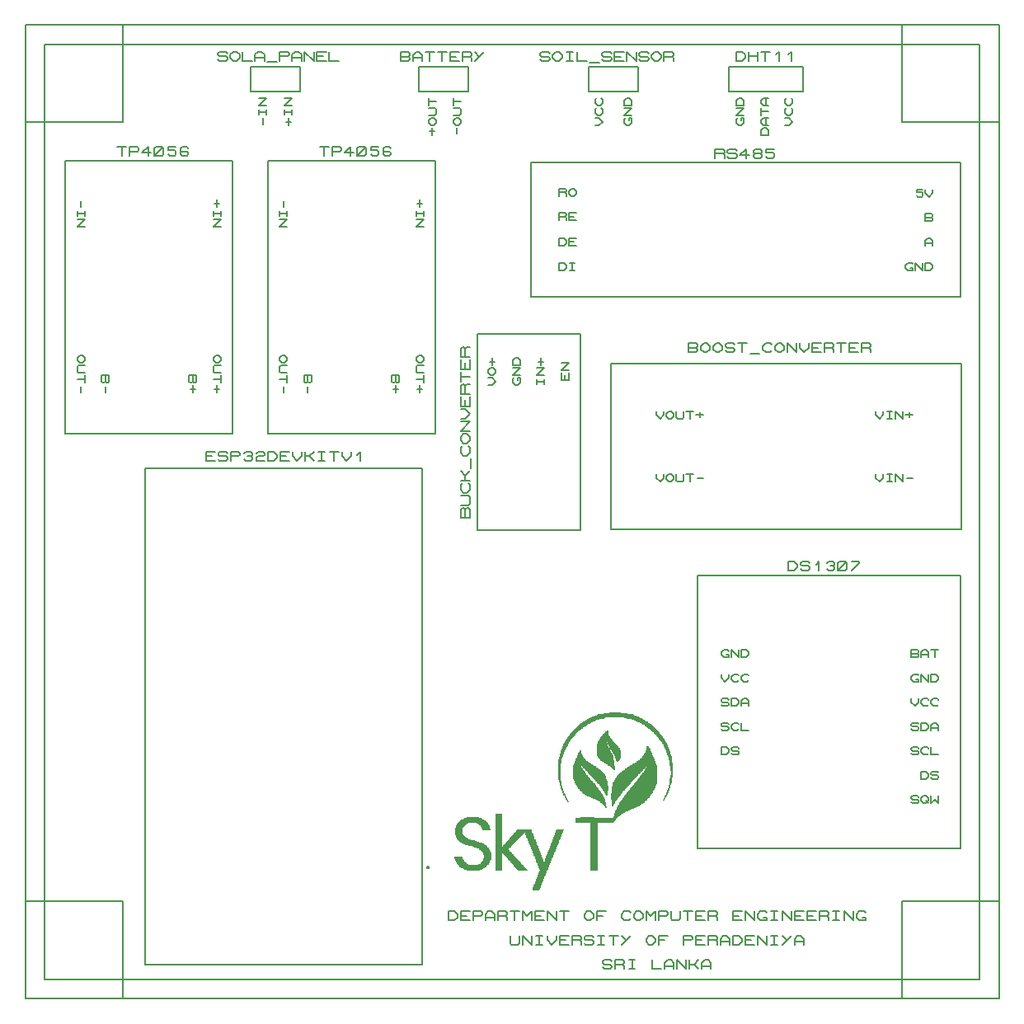
<source format=gbr>
G04 PROTEUS GERBER X2 FILE*
%TF.GenerationSoftware,Labcenter,Proteus,8.13-SP0-Build31525*%
%TF.CreationDate,2025-07-06T18:18:02+00:00*%
%TF.FileFunction,Legend,Top*%
%TF.FilePolarity,Positive*%
%TF.Part,Single*%
%TF.SameCoordinates,{7c6f6ce9-c7c3-4c68-b218-349a6216ac96}*%
%FSLAX45Y45*%
%MOMM*%
G01*
%TA.AperFunction,Profile*%
%ADD71C,0.203200*%
%TA.AperFunction,Material*%
%ADD20C,0.203200*%
%ADD21C,0.127000*%
%ADD22C,0.200000*%
%TA.AperFunction,NonMaterial*%
%ADD23C,0.063500*%
%TD.AperFunction*%
D71*
X-5000000Y-5000000D02*
X+5000000Y-5000000D01*
X+5000000Y+5000000D01*
X-5000000Y+5000000D01*
X-5000000Y-5000000D01*
D20*
X-4800000Y-4800000D02*
X+4800000Y-4800000D01*
X+4800000Y+4800000D01*
X-4800000Y+4800000D01*
X-4800000Y-4800000D01*
X-5000000Y-5000000D02*
X-4000000Y-5000000D01*
X-4000000Y-4000000D01*
X-5000000Y-4000000D01*
X-5000000Y-5000000D01*
X+4000000Y-5000000D02*
X+5000000Y-5000000D01*
X+5000000Y-4000000D01*
X+4000000Y-4000000D01*
X+4000000Y-5000000D01*
X-5000000Y+4000000D02*
X-4000000Y+4000000D01*
X-4000000Y+5000000D01*
X-5000000Y+5000000D01*
X-5000000Y+4000000D01*
X+4000000Y+4000000D02*
X+5000000Y+4000000D01*
X+5000000Y+5000000D01*
X+4000000Y+5000000D01*
X+4000000Y+4000000D01*
X-2691000Y+4313000D02*
X-2183000Y+4313000D01*
X-2183000Y+4567000D01*
X-2691000Y+4567000D01*
X-2691000Y+4313000D01*
X-3022000Y+4646160D02*
X-3006125Y+4630920D01*
X-2942625Y+4630920D01*
X-2926750Y+4646160D01*
X-2926750Y+4661400D01*
X-2942625Y+4676640D01*
X-3006125Y+4676640D01*
X-3022000Y+4691880D01*
X-3022000Y+4707120D01*
X-3006125Y+4722360D01*
X-2942625Y+4722360D01*
X-2926750Y+4707120D01*
X-2895000Y+4691880D02*
X-2863250Y+4722360D01*
X-2831500Y+4722360D01*
X-2799750Y+4691880D01*
X-2799750Y+4661400D01*
X-2831500Y+4630920D01*
X-2863250Y+4630920D01*
X-2895000Y+4661400D01*
X-2895000Y+4691880D01*
X-2768000Y+4722360D02*
X-2768000Y+4630920D01*
X-2672750Y+4630920D01*
X-2641000Y+4630920D02*
X-2641000Y+4691880D01*
X-2609250Y+4722360D01*
X-2577500Y+4722360D01*
X-2545750Y+4691880D01*
X-2545750Y+4630920D01*
X-2641000Y+4661400D02*
X-2545750Y+4661400D01*
X-2514000Y+4615680D02*
X-2418750Y+4615680D01*
X-2387000Y+4630920D02*
X-2387000Y+4722360D01*
X-2307625Y+4722360D01*
X-2291750Y+4707120D01*
X-2291750Y+4691880D01*
X-2307625Y+4676640D01*
X-2387000Y+4676640D01*
X-2260000Y+4630920D02*
X-2260000Y+4691880D01*
X-2228250Y+4722360D01*
X-2196500Y+4722360D01*
X-2164750Y+4691880D01*
X-2164750Y+4630920D01*
X-2260000Y+4661400D02*
X-2164750Y+4661400D01*
X-2133000Y+4630920D02*
X-2133000Y+4722360D01*
X-2037750Y+4630920D01*
X-2037750Y+4722360D01*
X-1910750Y+4630920D02*
X-2006000Y+4630920D01*
X-2006000Y+4722360D01*
X-1910750Y+4722360D01*
X-2006000Y+4676640D02*
X-1942500Y+4676640D01*
X-1879000Y+4722360D02*
X-1879000Y+4630920D01*
X-1783750Y+4630920D01*
X-4590000Y+800000D02*
X-2870000Y+800000D01*
X-2870000Y+3600000D01*
X-4590000Y+3600000D01*
X-4590000Y+800000D01*
D21*
X-3030000Y+3202400D02*
X-3030000Y+3126200D01*
X-3004600Y+3164300D02*
X-3055400Y+3164300D01*
X-2991900Y+3088100D02*
X-2991900Y+3037300D01*
X-2991900Y+3062700D02*
X-3068100Y+3062700D01*
X-3068100Y+3088100D02*
X-3068100Y+3037300D01*
X-3068100Y+2999200D02*
X-2991900Y+2999200D01*
X-3068100Y+2923000D01*
X-2991900Y+2923000D01*
X-4430000Y+3189700D02*
X-4430000Y+3126200D01*
X-4391900Y+3088100D02*
X-4391900Y+3037300D01*
X-4391900Y+3062700D02*
X-4468100Y+3062700D01*
X-4468100Y+3088100D02*
X-4468100Y+3037300D01*
X-4468100Y+2999200D02*
X-4391900Y+2999200D01*
X-4468100Y+2923000D01*
X-4391900Y+2923000D01*
X-4417300Y+1603200D02*
X-4391900Y+1577800D01*
X-4391900Y+1552400D01*
X-4417300Y+1527000D01*
X-4442700Y+1527000D01*
X-4468100Y+1552400D01*
X-4468100Y+1577800D01*
X-4442700Y+1603200D01*
X-4417300Y+1603200D01*
X-4391900Y+1501600D02*
X-4455400Y+1501600D01*
X-4468100Y+1488900D01*
X-4468100Y+1438100D01*
X-4455400Y+1425400D01*
X-4391900Y+1425400D01*
X-4391900Y+1400000D02*
X-4391900Y+1323800D01*
X-4391900Y+1361900D02*
X-4468100Y+1361900D01*
X-4430000Y+1285700D02*
X-4430000Y+1222200D01*
X-3017300Y+1603200D02*
X-2991900Y+1577800D01*
X-2991900Y+1552400D01*
X-3017300Y+1527000D01*
X-3042700Y+1527000D01*
X-3068100Y+1552400D01*
X-3068100Y+1577800D01*
X-3042700Y+1603200D01*
X-3017300Y+1603200D01*
X-2991900Y+1501600D02*
X-3055400Y+1501600D01*
X-3068100Y+1488900D01*
X-3068100Y+1438100D01*
X-3055400Y+1425400D01*
X-2991900Y+1425400D01*
X-2991900Y+1400000D02*
X-2991900Y+1323800D01*
X-2991900Y+1361900D02*
X-3068100Y+1361900D01*
X-3030000Y+1298400D02*
X-3030000Y+1222200D01*
X-3004600Y+1260300D02*
X-3055400Y+1260300D01*
X-3318100Y+1401600D02*
X-3241900Y+1401600D01*
X-3241900Y+1338100D01*
X-3254600Y+1325400D01*
X-3267300Y+1325400D01*
X-3280000Y+1338100D01*
X-3292700Y+1325400D01*
X-3305400Y+1325400D01*
X-3318100Y+1338100D01*
X-3318100Y+1401600D01*
X-3280000Y+1401600D02*
X-3280000Y+1338100D01*
X-3280000Y+1300000D02*
X-3280000Y+1223800D01*
X-3254600Y+1261900D02*
X-3305400Y+1261900D01*
X-4218100Y+1401600D02*
X-4141900Y+1401600D01*
X-4141900Y+1338100D01*
X-4154600Y+1325400D01*
X-4167300Y+1325400D01*
X-4180000Y+1338100D01*
X-4192700Y+1325400D01*
X-4205400Y+1325400D01*
X-4218100Y+1338100D01*
X-4218100Y+1401600D01*
X-4180000Y+1401600D02*
X-4180000Y+1338100D01*
X-4180000Y+1287300D02*
X-4180000Y+1223800D01*
D20*
X-4057360Y+3745720D02*
X-3962110Y+3745720D01*
X-4009735Y+3745720D02*
X-4009735Y+3654280D01*
X-3930360Y+3654280D02*
X-3930360Y+3745720D01*
X-3850985Y+3745720D01*
X-3835110Y+3730480D01*
X-3835110Y+3715240D01*
X-3850985Y+3700000D01*
X-3930360Y+3700000D01*
X-3708110Y+3684760D02*
X-3803360Y+3684760D01*
X-3739860Y+3745720D01*
X-3739860Y+3654280D01*
X-3676360Y+3669520D02*
X-3676360Y+3730480D01*
X-3660485Y+3745720D01*
X-3596985Y+3745720D01*
X-3581110Y+3730480D01*
X-3581110Y+3669520D01*
X-3596985Y+3654280D01*
X-3660485Y+3654280D01*
X-3676360Y+3669520D01*
X-3676360Y+3654280D02*
X-3581110Y+3745720D01*
X-3454110Y+3745720D02*
X-3533485Y+3745720D01*
X-3533485Y+3715240D01*
X-3469985Y+3715240D01*
X-3454110Y+3700000D01*
X-3454110Y+3669520D01*
X-3469985Y+3654280D01*
X-3517610Y+3654280D01*
X-3533485Y+3669520D01*
X-3327110Y+3730480D02*
X-3342985Y+3745720D01*
X-3390610Y+3745720D01*
X-3406485Y+3730480D01*
X-3406485Y+3669520D01*
X-3390610Y+3654280D01*
X-3342985Y+3654280D01*
X-3327110Y+3669520D01*
X-3327110Y+3684760D01*
X-3342985Y+3700000D01*
X-3406485Y+3700000D01*
X-2510000Y+800000D02*
X-790000Y+800000D01*
X-790000Y+3600000D01*
X-2510000Y+3600000D01*
X-2510000Y+800000D01*
D21*
X-950000Y+3202400D02*
X-950000Y+3126200D01*
X-924600Y+3164300D02*
X-975400Y+3164300D01*
X-911900Y+3088100D02*
X-911900Y+3037300D01*
X-911900Y+3062700D02*
X-988100Y+3062700D01*
X-988100Y+3088100D02*
X-988100Y+3037300D01*
X-988100Y+2999200D02*
X-911900Y+2999200D01*
X-988100Y+2923000D01*
X-911900Y+2923000D01*
X-2350000Y+3189700D02*
X-2350000Y+3126200D01*
X-2311900Y+3088100D02*
X-2311900Y+3037300D01*
X-2311900Y+3062700D02*
X-2388100Y+3062700D01*
X-2388100Y+3088100D02*
X-2388100Y+3037300D01*
X-2388100Y+2999200D02*
X-2311900Y+2999200D01*
X-2388100Y+2923000D01*
X-2311900Y+2923000D01*
X-2337300Y+1603200D02*
X-2311900Y+1577800D01*
X-2311900Y+1552400D01*
X-2337300Y+1527000D01*
X-2362700Y+1527000D01*
X-2388100Y+1552400D01*
X-2388100Y+1577800D01*
X-2362700Y+1603200D01*
X-2337300Y+1603200D01*
X-2311900Y+1501600D02*
X-2375400Y+1501600D01*
X-2388100Y+1488900D01*
X-2388100Y+1438100D01*
X-2375400Y+1425400D01*
X-2311900Y+1425400D01*
X-2311900Y+1400000D02*
X-2311900Y+1323800D01*
X-2311900Y+1361900D02*
X-2388100Y+1361900D01*
X-2350000Y+1285700D02*
X-2350000Y+1222200D01*
X-937300Y+1603200D02*
X-911900Y+1577800D01*
X-911900Y+1552400D01*
X-937300Y+1527000D01*
X-962700Y+1527000D01*
X-988100Y+1552400D01*
X-988100Y+1577800D01*
X-962700Y+1603200D01*
X-937300Y+1603200D01*
X-911900Y+1501600D02*
X-975400Y+1501600D01*
X-988100Y+1488900D01*
X-988100Y+1438100D01*
X-975400Y+1425400D01*
X-911900Y+1425400D01*
X-911900Y+1400000D02*
X-911900Y+1323800D01*
X-911900Y+1361900D02*
X-988100Y+1361900D01*
X-950000Y+1298400D02*
X-950000Y+1222200D01*
X-924600Y+1260300D02*
X-975400Y+1260300D01*
X-1238100Y+1401600D02*
X-1161900Y+1401600D01*
X-1161900Y+1338100D01*
X-1174600Y+1325400D01*
X-1187300Y+1325400D01*
X-1200000Y+1338100D01*
X-1212700Y+1325400D01*
X-1225400Y+1325400D01*
X-1238100Y+1338100D01*
X-1238100Y+1401600D01*
X-1200000Y+1401600D02*
X-1200000Y+1338100D01*
X-1200000Y+1300000D02*
X-1200000Y+1223800D01*
X-1174600Y+1261900D02*
X-1225400Y+1261900D01*
X-2138100Y+1401600D02*
X-2061900Y+1401600D01*
X-2061900Y+1338100D01*
X-2074600Y+1325400D01*
X-2087300Y+1325400D01*
X-2100000Y+1338100D01*
X-2112700Y+1325400D01*
X-2125400Y+1325400D01*
X-2138100Y+1338100D01*
X-2138100Y+1401600D01*
X-2100000Y+1401600D02*
X-2100000Y+1338100D01*
X-2100000Y+1287300D02*
X-2100000Y+1223800D01*
D20*
X-1977360Y+3745720D02*
X-1882110Y+3745720D01*
X-1929735Y+3745720D02*
X-1929735Y+3654280D01*
X-1850360Y+3654280D02*
X-1850360Y+3745720D01*
X-1770985Y+3745720D01*
X-1755110Y+3730480D01*
X-1755110Y+3715240D01*
X-1770985Y+3700000D01*
X-1850360Y+3700000D01*
X-1628110Y+3684760D02*
X-1723360Y+3684760D01*
X-1659860Y+3745720D01*
X-1659860Y+3654280D01*
X-1596360Y+3669520D02*
X-1596360Y+3730480D01*
X-1580485Y+3745720D01*
X-1516985Y+3745720D01*
X-1501110Y+3730480D01*
X-1501110Y+3669520D01*
X-1516985Y+3654280D01*
X-1580485Y+3654280D01*
X-1596360Y+3669520D01*
X-1596360Y+3654280D02*
X-1501110Y+3745720D01*
X-1374110Y+3745720D02*
X-1453485Y+3745720D01*
X-1453485Y+3715240D01*
X-1389985Y+3715240D01*
X-1374110Y+3700000D01*
X-1374110Y+3669520D01*
X-1389985Y+3654280D01*
X-1437610Y+3654280D01*
X-1453485Y+3669520D01*
X-1247110Y+3730480D02*
X-1262985Y+3745720D01*
X-1310610Y+3745720D01*
X-1326485Y+3730480D01*
X-1326485Y+3669520D01*
X-1310610Y+3654280D01*
X-1262985Y+3654280D01*
X-1247110Y+3669520D01*
X-1247110Y+3684760D01*
X-1262985Y+3700000D01*
X-1326485Y+3700000D01*
X-2560000Y+3980300D02*
X-2560000Y+4043800D01*
X-2598100Y+4081900D02*
X-2598100Y+4132700D01*
X-2598100Y+4107300D02*
X-2521900Y+4107300D01*
X-2521900Y+4081900D02*
X-2521900Y+4132700D01*
X-2521900Y+4170800D02*
X-2598100Y+4170800D01*
X-2521900Y+4247000D01*
X-2598100Y+4247000D01*
X-2300000Y+3967600D02*
X-2300000Y+4043800D01*
X-2325400Y+4005700D02*
X-2274600Y+4005700D01*
X-2338100Y+4081900D02*
X-2338100Y+4132700D01*
X-2338100Y+4107300D02*
X-2261900Y+4107300D01*
X-2261900Y+4081900D02*
X-2261900Y+4132700D01*
X-2261900Y+4170800D02*
X-2338100Y+4170800D01*
X-2261900Y+4247000D01*
X-2338100Y+4247000D01*
X+1010000Y-180000D02*
X+4610000Y-180000D01*
X+4610000Y+1520000D01*
X+1010000Y+1520000D01*
X+1010000Y-180000D01*
D21*
X+1481000Y+1033100D02*
X+1481000Y+995000D01*
X+1519100Y+956900D01*
X+1557200Y+995000D01*
X+1557200Y+1033100D01*
X+1582600Y+1007700D02*
X+1608000Y+1033100D01*
X+1633400Y+1033100D01*
X+1658800Y+1007700D01*
X+1658800Y+982300D01*
X+1633400Y+956900D01*
X+1608000Y+956900D01*
X+1582600Y+982300D01*
X+1582600Y+1007700D01*
X+1684200Y+1033100D02*
X+1684200Y+969600D01*
X+1696900Y+956900D01*
X+1747700Y+956900D01*
X+1760400Y+969600D01*
X+1760400Y+1033100D01*
X+1785800Y+1033100D02*
X+1862000Y+1033100D01*
X+1823900Y+1033100D02*
X+1823900Y+956900D01*
X+1887400Y+995000D02*
X+1963600Y+995000D01*
X+1925500Y+1020400D02*
X+1925500Y+969600D01*
X+1481000Y+383100D02*
X+1481000Y+345000D01*
X+1519100Y+306900D01*
X+1557200Y+345000D01*
X+1557200Y+383100D01*
X+1582600Y+357700D02*
X+1608000Y+383100D01*
X+1633400Y+383100D01*
X+1658800Y+357700D01*
X+1658800Y+332300D01*
X+1633400Y+306900D01*
X+1608000Y+306900D01*
X+1582600Y+332300D01*
X+1582600Y+357700D01*
X+1684200Y+383100D02*
X+1684200Y+319600D01*
X+1696900Y+306900D01*
X+1747700Y+306900D01*
X+1760400Y+319600D01*
X+1760400Y+383100D01*
X+1785800Y+383100D02*
X+1862000Y+383100D01*
X+1823900Y+383100D02*
X+1823900Y+306900D01*
X+1900100Y+345000D02*
X+1963600Y+345000D01*
X+3731800Y+383100D02*
X+3731800Y+345000D01*
X+3769900Y+306900D01*
X+3808000Y+345000D01*
X+3808000Y+383100D01*
X+3846100Y+383100D02*
X+3896900Y+383100D01*
X+3871500Y+383100D02*
X+3871500Y+306900D01*
X+3846100Y+306900D02*
X+3896900Y+306900D01*
X+3935000Y+306900D02*
X+3935000Y+383100D01*
X+4011200Y+306900D01*
X+4011200Y+383100D01*
X+4049300Y+345000D02*
X+4112800Y+345000D01*
X+3731800Y+1033100D02*
X+3731800Y+995000D01*
X+3769900Y+956900D01*
X+3808000Y+995000D01*
X+3808000Y+1033100D01*
X+3846100Y+1033100D02*
X+3896900Y+1033100D01*
X+3871500Y+1033100D02*
X+3871500Y+956900D01*
X+3846100Y+956900D02*
X+3896900Y+956900D01*
X+3935000Y+956900D02*
X+3935000Y+1033100D01*
X+4011200Y+956900D01*
X+4011200Y+1033100D01*
X+4036600Y+995000D02*
X+4112800Y+995000D01*
X+4074700Y+1020400D02*
X+4074700Y+969600D01*
D20*
X+1807500Y+1637920D02*
X+1807500Y+1729360D01*
X+1886875Y+1729360D01*
X+1902750Y+1714120D01*
X+1902750Y+1698880D01*
X+1886875Y+1683640D01*
X+1902750Y+1668400D01*
X+1902750Y+1653160D01*
X+1886875Y+1637920D01*
X+1807500Y+1637920D01*
X+1807500Y+1683640D02*
X+1886875Y+1683640D01*
X+1934500Y+1698880D02*
X+1966250Y+1729360D01*
X+1998000Y+1729360D01*
X+2029750Y+1698880D01*
X+2029750Y+1668400D01*
X+1998000Y+1637920D01*
X+1966250Y+1637920D01*
X+1934500Y+1668400D01*
X+1934500Y+1698880D01*
X+2061500Y+1698880D02*
X+2093250Y+1729360D01*
X+2125000Y+1729360D01*
X+2156750Y+1698880D01*
X+2156750Y+1668400D01*
X+2125000Y+1637920D01*
X+2093250Y+1637920D01*
X+2061500Y+1668400D01*
X+2061500Y+1698880D01*
X+2188500Y+1653160D02*
X+2204375Y+1637920D01*
X+2267875Y+1637920D01*
X+2283750Y+1653160D01*
X+2283750Y+1668400D01*
X+2267875Y+1683640D01*
X+2204375Y+1683640D01*
X+2188500Y+1698880D01*
X+2188500Y+1714120D01*
X+2204375Y+1729360D01*
X+2267875Y+1729360D01*
X+2283750Y+1714120D01*
X+2315500Y+1729360D02*
X+2410750Y+1729360D01*
X+2363125Y+1729360D02*
X+2363125Y+1637920D01*
X+2442500Y+1622680D02*
X+2537750Y+1622680D01*
X+2664750Y+1653160D02*
X+2648875Y+1637920D01*
X+2601250Y+1637920D01*
X+2569500Y+1668400D01*
X+2569500Y+1698880D01*
X+2601250Y+1729360D01*
X+2648875Y+1729360D01*
X+2664750Y+1714120D01*
X+2696500Y+1698880D02*
X+2728250Y+1729360D01*
X+2760000Y+1729360D01*
X+2791750Y+1698880D01*
X+2791750Y+1668400D01*
X+2760000Y+1637920D01*
X+2728250Y+1637920D01*
X+2696500Y+1668400D01*
X+2696500Y+1698880D01*
X+2823500Y+1637920D02*
X+2823500Y+1729360D01*
X+2918750Y+1637920D01*
X+2918750Y+1729360D01*
X+2950500Y+1729360D02*
X+2950500Y+1683640D01*
X+2998125Y+1637920D01*
X+3045750Y+1683640D01*
X+3045750Y+1729360D01*
X+3172750Y+1637920D02*
X+3077500Y+1637920D01*
X+3077500Y+1729360D01*
X+3172750Y+1729360D01*
X+3077500Y+1683640D02*
X+3141000Y+1683640D01*
X+3204500Y+1637920D02*
X+3204500Y+1729360D01*
X+3283875Y+1729360D01*
X+3299750Y+1714120D01*
X+3299750Y+1698880D01*
X+3283875Y+1683640D01*
X+3204500Y+1683640D01*
X+3283875Y+1683640D02*
X+3299750Y+1668400D01*
X+3299750Y+1637920D01*
X+3331500Y+1729360D02*
X+3426750Y+1729360D01*
X+3379125Y+1729360D02*
X+3379125Y+1637920D01*
X+3553750Y+1637920D02*
X+3458500Y+1637920D01*
X+3458500Y+1729360D01*
X+3553750Y+1729360D01*
X+3458500Y+1683640D02*
X+3522000Y+1683640D01*
X+3585500Y+1637920D02*
X+3585500Y+1729360D01*
X+3664875Y+1729360D01*
X+3680750Y+1714120D01*
X+3680750Y+1698880D01*
X+3664875Y+1683640D01*
X+3585500Y+1683640D01*
X+3664875Y+1683640D02*
X+3680750Y+1668400D01*
X+3680750Y+1637920D01*
X+783000Y+4313000D02*
X+1291000Y+4313000D01*
X+1291000Y+4567000D01*
X+783000Y+4567000D01*
X+783000Y+4313000D01*
X+288500Y+4642880D02*
X+304375Y+4627640D01*
X+367875Y+4627640D01*
X+383750Y+4642880D01*
X+383750Y+4658120D01*
X+367875Y+4673360D01*
X+304375Y+4673360D01*
X+288500Y+4688600D01*
X+288500Y+4703840D01*
X+304375Y+4719080D01*
X+367875Y+4719080D01*
X+383750Y+4703840D01*
X+415500Y+4688600D02*
X+447250Y+4719080D01*
X+479000Y+4719080D01*
X+510750Y+4688600D01*
X+510750Y+4658120D01*
X+479000Y+4627640D01*
X+447250Y+4627640D01*
X+415500Y+4658120D01*
X+415500Y+4688600D01*
X+558375Y+4719080D02*
X+621875Y+4719080D01*
X+590125Y+4719080D02*
X+590125Y+4627640D01*
X+558375Y+4627640D02*
X+621875Y+4627640D01*
X+669500Y+4719080D02*
X+669500Y+4627640D01*
X+764750Y+4627640D01*
X+796500Y+4612400D02*
X+891750Y+4612400D01*
X+923500Y+4642880D02*
X+939375Y+4627640D01*
X+1002875Y+4627640D01*
X+1018750Y+4642880D01*
X+1018750Y+4658120D01*
X+1002875Y+4673360D01*
X+939375Y+4673360D01*
X+923500Y+4688600D01*
X+923500Y+4703840D01*
X+939375Y+4719080D01*
X+1002875Y+4719080D01*
X+1018750Y+4703840D01*
X+1145750Y+4627640D02*
X+1050500Y+4627640D01*
X+1050500Y+4719080D01*
X+1145750Y+4719080D01*
X+1050500Y+4673360D02*
X+1114000Y+4673360D01*
X+1177500Y+4627640D02*
X+1177500Y+4719080D01*
X+1272750Y+4627640D01*
X+1272750Y+4719080D01*
X+1304500Y+4642880D02*
X+1320375Y+4627640D01*
X+1383875Y+4627640D01*
X+1399750Y+4642880D01*
X+1399750Y+4658120D01*
X+1383875Y+4673360D01*
X+1320375Y+4673360D01*
X+1304500Y+4688600D01*
X+1304500Y+4703840D01*
X+1320375Y+4719080D01*
X+1383875Y+4719080D01*
X+1399750Y+4703840D01*
X+1431500Y+4688600D02*
X+1463250Y+4719080D01*
X+1495000Y+4719080D01*
X+1526750Y+4688600D01*
X+1526750Y+4658120D01*
X+1495000Y+4627640D01*
X+1463250Y+4627640D01*
X+1431500Y+4658120D01*
X+1431500Y+4688600D01*
X+1558500Y+4627640D02*
X+1558500Y+4719080D01*
X+1637875Y+4719080D01*
X+1653750Y+4703840D01*
X+1653750Y+4688600D01*
X+1637875Y+4673360D01*
X+1558500Y+4673360D01*
X+1637875Y+4673360D02*
X+1653750Y+4658120D01*
X+1653750Y+4627640D01*
X-957000Y+4313000D02*
X-449000Y+4313000D01*
X-449000Y+4567000D01*
X-957000Y+4567000D01*
X-957000Y+4313000D01*
X-1147500Y+4627640D02*
X-1147500Y+4719080D01*
X-1068125Y+4719080D01*
X-1052250Y+4703840D01*
X-1052250Y+4688600D01*
X-1068125Y+4673360D01*
X-1052250Y+4658120D01*
X-1052250Y+4642880D01*
X-1068125Y+4627640D01*
X-1147500Y+4627640D01*
X-1147500Y+4673360D02*
X-1068125Y+4673360D01*
X-1020500Y+4627640D02*
X-1020500Y+4688600D01*
X-988750Y+4719080D01*
X-957000Y+4719080D01*
X-925250Y+4688600D01*
X-925250Y+4627640D01*
X-1020500Y+4658120D02*
X-925250Y+4658120D01*
X-893500Y+4719080D02*
X-798250Y+4719080D01*
X-845875Y+4719080D02*
X-845875Y+4627640D01*
X-766500Y+4719080D02*
X-671250Y+4719080D01*
X-718875Y+4719080D02*
X-718875Y+4627640D01*
X-544250Y+4627640D02*
X-639500Y+4627640D01*
X-639500Y+4719080D01*
X-544250Y+4719080D01*
X-639500Y+4673360D02*
X-576000Y+4673360D01*
X-512500Y+4627640D02*
X-512500Y+4719080D01*
X-433125Y+4719080D01*
X-417250Y+4703840D01*
X-417250Y+4688600D01*
X-433125Y+4673360D01*
X-512500Y+4673360D01*
X-433125Y+4673360D02*
X-417250Y+4658120D01*
X-417250Y+4627640D01*
X-290250Y+4719080D02*
X-385500Y+4627640D01*
X-385500Y+4719080D02*
X-337875Y+4673360D01*
X-820000Y+3866800D02*
X-820000Y+3943000D01*
X-845400Y+3904900D02*
X-794600Y+3904900D01*
X-832700Y+3968400D02*
X-858100Y+3993800D01*
X-858100Y+4019200D01*
X-832700Y+4044600D01*
X-807300Y+4044600D01*
X-781900Y+4019200D01*
X-781900Y+3993800D01*
X-807300Y+3968400D01*
X-832700Y+3968400D01*
X-858100Y+4070000D02*
X-794600Y+4070000D01*
X-781900Y+4082700D01*
X-781900Y+4133500D01*
X-794600Y+4146200D01*
X-858100Y+4146200D01*
X-858100Y+4171600D02*
X-858100Y+4247800D01*
X-858100Y+4209700D02*
X-781900Y+4209700D01*
X-570000Y+3879500D02*
X-570000Y+3943000D01*
X-582700Y+3968400D02*
X-608100Y+3993800D01*
X-608100Y+4019200D01*
X-582700Y+4044600D01*
X-557300Y+4044600D01*
X-531900Y+4019200D01*
X-531900Y+3993800D01*
X-557300Y+3968400D01*
X-582700Y+3968400D01*
X-608100Y+4070000D02*
X-544600Y+4070000D01*
X-531900Y+4082700D01*
X-531900Y+4133500D01*
X-544600Y+4146200D01*
X-608100Y+4146200D01*
X-608100Y+4171600D02*
X-608100Y+4247800D01*
X-608100Y+4209700D02*
X-531900Y+4209700D01*
X+851900Y+3967600D02*
X+890000Y+3967600D01*
X+928100Y+4005700D01*
X+890000Y+4043800D01*
X+851900Y+4043800D01*
X+915400Y+4145400D02*
X+928100Y+4132700D01*
X+928100Y+4094600D01*
X+902700Y+4069200D01*
X+877300Y+4069200D01*
X+851900Y+4094600D01*
X+851900Y+4132700D01*
X+864600Y+4145400D01*
X+915400Y+4247000D02*
X+928100Y+4234300D01*
X+928100Y+4196200D01*
X+902700Y+4170800D01*
X+877300Y+4170800D01*
X+851900Y+4196200D01*
X+851900Y+4234300D01*
X+864600Y+4247000D01*
X+1202700Y+4018400D02*
X+1202700Y+4043800D01*
X+1228100Y+4043800D01*
X+1228100Y+3993000D01*
X+1202700Y+3967600D01*
X+1177300Y+3967600D01*
X+1151900Y+3993000D01*
X+1151900Y+4031100D01*
X+1164600Y+4043800D01*
X+1228100Y+4069200D02*
X+1151900Y+4069200D01*
X+1228100Y+4145400D01*
X+1151900Y+4145400D01*
X+1228100Y+4170800D02*
X+1151900Y+4170800D01*
X+1151900Y+4221600D01*
X+1177300Y+4247000D01*
X+1202700Y+4247000D01*
X+1228100Y+4221600D01*
X+1228100Y+4170800D01*
X+195000Y+2210000D02*
X+4605000Y+2210000D01*
X+4605000Y+3590000D01*
X+195000Y+3590000D01*
X+195000Y+2210000D01*
X+478400Y+3241900D02*
X+478400Y+3318100D01*
X+541900Y+3318100D01*
X+554600Y+3305400D01*
X+554600Y+3292700D01*
X+541900Y+3280000D01*
X+478400Y+3280000D01*
X+541900Y+3280000D02*
X+554600Y+3267300D01*
X+554600Y+3241900D01*
X+580000Y+3292700D02*
X+605400Y+3318100D01*
X+630800Y+3318100D01*
X+656200Y+3292700D01*
X+656200Y+3267300D01*
X+630800Y+3241900D01*
X+605400Y+3241900D01*
X+580000Y+3267300D01*
X+580000Y+3292700D01*
X+478400Y+2991900D02*
X+478400Y+3068100D01*
X+541900Y+3068100D01*
X+554600Y+3055400D01*
X+554600Y+3042700D01*
X+541900Y+3030000D01*
X+478400Y+3030000D01*
X+541900Y+3030000D02*
X+554600Y+3017300D01*
X+554600Y+2991900D01*
X+656200Y+2991900D02*
X+580000Y+2991900D01*
X+580000Y+3068100D01*
X+656200Y+3068100D01*
X+580000Y+3030000D02*
X+630800Y+3030000D01*
X+478400Y+2731900D02*
X+478400Y+2808100D01*
X+529200Y+2808100D01*
X+554600Y+2782700D01*
X+554600Y+2757300D01*
X+529200Y+2731900D01*
X+478400Y+2731900D01*
X+656200Y+2731900D02*
X+580000Y+2731900D01*
X+580000Y+2808100D01*
X+656200Y+2808100D01*
X+580000Y+2770000D02*
X+630800Y+2770000D01*
X+478400Y+2481900D02*
X+478400Y+2558100D01*
X+529200Y+2558100D01*
X+554600Y+2532700D01*
X+554600Y+2507300D01*
X+529200Y+2481900D01*
X+478400Y+2481900D01*
X+592700Y+2558100D02*
X+643500Y+2558100D01*
X+618100Y+2558100D02*
X+618100Y+2481900D01*
X+592700Y+2481900D02*
X+643500Y+2481900D01*
X+4088400Y+2507300D02*
X+4113800Y+2507300D01*
X+4113800Y+2481900D01*
X+4063000Y+2481900D01*
X+4037600Y+2507300D01*
X+4037600Y+2532700D01*
X+4063000Y+2558100D01*
X+4101100Y+2558100D01*
X+4113800Y+2545400D01*
X+4139200Y+2481900D02*
X+4139200Y+2558100D01*
X+4215400Y+2481900D01*
X+4215400Y+2558100D01*
X+4240800Y+2481900D02*
X+4240800Y+2558100D01*
X+4291600Y+2558100D01*
X+4317000Y+2532700D01*
X+4317000Y+2507300D01*
X+4291600Y+2481900D01*
X+4240800Y+2481900D01*
X+4239200Y+2731900D02*
X+4239200Y+2782700D01*
X+4264600Y+2808100D01*
X+4290000Y+2808100D01*
X+4315400Y+2782700D01*
X+4315400Y+2731900D01*
X+4239200Y+2757300D02*
X+4315400Y+2757300D01*
X+4239200Y+2981900D02*
X+4239200Y+3058100D01*
X+4302700Y+3058100D01*
X+4315400Y+3045400D01*
X+4315400Y+3032700D01*
X+4302700Y+3020000D01*
X+4315400Y+3007300D01*
X+4315400Y+2994600D01*
X+4302700Y+2981900D01*
X+4239200Y+2981900D01*
X+4239200Y+3020000D02*
X+4302700Y+3020000D01*
X+4214600Y+3308100D02*
X+4151100Y+3308100D01*
X+4151100Y+3282700D01*
X+4201900Y+3282700D01*
X+4214600Y+3270000D01*
X+4214600Y+3244600D01*
X+4201900Y+3231900D01*
X+4163800Y+3231900D01*
X+4151100Y+3244600D01*
X+4240000Y+3308100D02*
X+4240000Y+3270000D01*
X+4278100Y+3231900D01*
X+4316200Y+3270000D01*
X+4316200Y+3308100D01*
X+2082500Y+3630640D02*
X+2082500Y+3722080D01*
X+2161875Y+3722080D01*
X+2177750Y+3706840D01*
X+2177750Y+3691600D01*
X+2161875Y+3676360D01*
X+2082500Y+3676360D01*
X+2161875Y+3676360D02*
X+2177750Y+3661120D01*
X+2177750Y+3630640D01*
X+2209500Y+3645880D02*
X+2225375Y+3630640D01*
X+2288875Y+3630640D01*
X+2304750Y+3645880D01*
X+2304750Y+3661120D01*
X+2288875Y+3676360D01*
X+2225375Y+3676360D01*
X+2209500Y+3691600D01*
X+2209500Y+3706840D01*
X+2225375Y+3722080D01*
X+2288875Y+3722080D01*
X+2304750Y+3706840D01*
X+2431750Y+3661120D02*
X+2336500Y+3661120D01*
X+2400000Y+3722080D01*
X+2400000Y+3630640D01*
X+2495250Y+3676360D02*
X+2479375Y+3691600D01*
X+2479375Y+3706840D01*
X+2495250Y+3722080D01*
X+2542875Y+3722080D01*
X+2558750Y+3706840D01*
X+2558750Y+3691600D01*
X+2542875Y+3676360D01*
X+2495250Y+3676360D01*
X+2479375Y+3661120D01*
X+2479375Y+3645880D01*
X+2495250Y+3630640D01*
X+2542875Y+3630640D01*
X+2558750Y+3645880D01*
X+2558750Y+3661120D01*
X+2542875Y+3676360D01*
X+2685750Y+3722080D02*
X+2606375Y+3722080D01*
X+2606375Y+3691600D01*
X+2669875Y+3691600D01*
X+2685750Y+3676360D01*
X+2685750Y+3645880D01*
X+2669875Y+3630640D01*
X+2622250Y+3630640D01*
X+2606375Y+3645880D01*
X+2223000Y+4313000D02*
X+2985000Y+4313000D01*
X+2985000Y+4567000D01*
X+2223000Y+4567000D01*
X+2223000Y+4313000D01*
X+2296500Y+4630920D02*
X+2296500Y+4722360D01*
X+2360000Y+4722360D01*
X+2391750Y+4691880D01*
X+2391750Y+4661400D01*
X+2360000Y+4630920D01*
X+2296500Y+4630920D01*
X+2423500Y+4630920D02*
X+2423500Y+4722360D01*
X+2518750Y+4722360D02*
X+2518750Y+4630920D01*
X+2423500Y+4676640D02*
X+2518750Y+4676640D01*
X+2550500Y+4722360D02*
X+2645750Y+4722360D01*
X+2598125Y+4722360D02*
X+2598125Y+4630920D01*
X+2709250Y+4691880D02*
X+2741000Y+4722360D01*
X+2741000Y+4630920D01*
X+2836250Y+4691880D02*
X+2868000Y+4722360D01*
X+2868000Y+4630920D01*
X+2352700Y+4018400D02*
X+2352700Y+4043800D01*
X+2378100Y+4043800D01*
X+2378100Y+3993000D01*
X+2352700Y+3967600D01*
X+2327300Y+3967600D01*
X+2301900Y+3993000D01*
X+2301900Y+4031100D01*
X+2314600Y+4043800D01*
X+2378100Y+4069200D02*
X+2301900Y+4069200D01*
X+2378100Y+4145400D01*
X+2301900Y+4145400D01*
X+2378100Y+4170800D02*
X+2301900Y+4170800D01*
X+2301900Y+4221600D01*
X+2327300Y+4247000D01*
X+2352700Y+4247000D01*
X+2378100Y+4221600D01*
X+2378100Y+4170800D01*
X+2628100Y+3866800D02*
X+2551900Y+3866800D01*
X+2551900Y+3917600D01*
X+2577300Y+3943000D01*
X+2602700Y+3943000D01*
X+2628100Y+3917600D01*
X+2628100Y+3866800D01*
X+2628100Y+3968400D02*
X+2577300Y+3968400D01*
X+2551900Y+3993800D01*
X+2551900Y+4019200D01*
X+2577300Y+4044600D01*
X+2628100Y+4044600D01*
X+2602700Y+3968400D02*
X+2602700Y+4044600D01*
X+2551900Y+4070000D02*
X+2551900Y+4146200D01*
X+2551900Y+4108100D02*
X+2628100Y+4108100D01*
X+2628100Y+4171600D02*
X+2577300Y+4171600D01*
X+2551900Y+4197000D01*
X+2551900Y+4222400D01*
X+2577300Y+4247800D01*
X+2628100Y+4247800D01*
X+2602700Y+4171600D02*
X+2602700Y+4247800D01*
X+2801900Y+3967600D02*
X+2840000Y+3967600D01*
X+2878100Y+4005700D01*
X+2840000Y+4043800D01*
X+2801900Y+4043800D01*
X+2865400Y+4145400D02*
X+2878100Y+4132700D01*
X+2878100Y+4094600D01*
X+2852700Y+4069200D01*
X+2827300Y+4069200D01*
X+2801900Y+4094600D01*
X+2801900Y+4132700D01*
X+2814600Y+4145400D01*
X+2865400Y+4247000D02*
X+2878100Y+4234300D01*
X+2878100Y+4196200D01*
X+2852700Y+4170800D01*
X+2827300Y+4170800D01*
X+2801900Y+4196200D01*
X+2801900Y+4234300D01*
X+2814600Y+4247000D01*
D21*
X-3773000Y-4647000D02*
X-3773000Y+447000D01*
X-922012Y+447000D01*
X-922012Y-4647000D02*
X-3773000Y-4647000D01*
X-922012Y+447000D02*
X-922012Y-4647000D01*
D22*
X-855000Y-3652000D02*
X-855035Y-3651169D01*
X-855316Y-3649505D01*
X-855906Y-3647841D01*
X-856870Y-3646177D01*
X-858345Y-3644536D01*
X-860009Y-3643335D01*
X-861673Y-3642570D01*
X-863337Y-3642139D01*
X-865000Y-3642000D01*
X-875000Y-3652000D02*
X-874965Y-3651169D01*
X-874684Y-3649505D01*
X-874094Y-3647841D01*
X-873130Y-3646177D01*
X-871655Y-3644536D01*
X-869991Y-3643335D01*
X-868327Y-3642570D01*
X-866663Y-3642139D01*
X-865000Y-3642000D01*
X-875000Y-3652000D02*
X-874965Y-3652831D01*
X-874684Y-3654495D01*
X-874094Y-3656159D01*
X-873130Y-3657823D01*
X-871655Y-3659464D01*
X-869991Y-3660665D01*
X-868327Y-3661430D01*
X-866663Y-3661861D01*
X-865000Y-3662000D01*
X-855000Y-3652000D02*
X-855035Y-3652831D01*
X-855316Y-3654495D01*
X-855906Y-3656159D01*
X-856870Y-3657823D01*
X-858345Y-3659464D01*
X-860009Y-3660665D01*
X-861673Y-3661430D01*
X-863337Y-3661861D01*
X-865000Y-3662000D01*
D21*
X-922012Y-4647000D02*
X-2029000Y-4647000D01*
X-2700012Y-4647000D01*
X-3773000Y-4647000D01*
X-922012Y+447000D02*
X-922012Y-4647000D01*
X-3773000Y-4647000D02*
X-3773000Y+447000D01*
X-922012Y+447000D02*
X-1459000Y+447000D01*
X-3228000Y+447000D01*
X-3773000Y+447000D01*
D20*
X-3053000Y+523830D02*
X-3148250Y+523830D01*
X-3148250Y+615270D01*
X-3053000Y+615270D01*
X-3148250Y+569550D02*
X-3084750Y+569550D01*
X-3021250Y+539070D02*
X-3005375Y+523830D01*
X-2941875Y+523830D01*
X-2926000Y+539070D01*
X-2926000Y+554310D01*
X-2941875Y+569550D01*
X-3005375Y+569550D01*
X-3021250Y+584790D01*
X-3021250Y+600030D01*
X-3005375Y+615270D01*
X-2941875Y+615270D01*
X-2926000Y+600030D01*
X-2894250Y+523830D02*
X-2894250Y+615270D01*
X-2814875Y+615270D01*
X-2799000Y+600030D01*
X-2799000Y+584790D01*
X-2814875Y+569550D01*
X-2894250Y+569550D01*
X-2751375Y+600030D02*
X-2735500Y+615270D01*
X-2687875Y+615270D01*
X-2672000Y+600030D01*
X-2672000Y+584790D01*
X-2687875Y+569550D01*
X-2672000Y+554310D01*
X-2672000Y+539070D01*
X-2687875Y+523830D01*
X-2735500Y+523830D01*
X-2751375Y+539070D01*
X-2719625Y+569550D02*
X-2687875Y+569550D01*
X-2624375Y+600030D02*
X-2608500Y+615270D01*
X-2560875Y+615270D01*
X-2545000Y+600030D01*
X-2545000Y+584790D01*
X-2560875Y+569550D01*
X-2608500Y+569550D01*
X-2624375Y+554310D01*
X-2624375Y+523830D01*
X-2545000Y+523830D01*
X-2513250Y+523830D02*
X-2513250Y+615270D01*
X-2449750Y+615270D01*
X-2418000Y+584790D01*
X-2418000Y+554310D01*
X-2449750Y+523830D01*
X-2513250Y+523830D01*
X-2291000Y+523830D02*
X-2386250Y+523830D01*
X-2386250Y+615270D01*
X-2291000Y+615270D01*
X-2386250Y+569550D02*
X-2322750Y+569550D01*
X-2259250Y+615270D02*
X-2259250Y+569550D01*
X-2211625Y+523830D01*
X-2164000Y+569550D01*
X-2164000Y+615270D01*
X-2132250Y+615270D02*
X-2132250Y+523830D01*
X-2037000Y+615270D02*
X-2084625Y+569550D01*
X-2037000Y+523830D01*
X-2132250Y+569550D02*
X-2084625Y+569550D01*
X-1989375Y+615270D02*
X-1925875Y+615270D01*
X-1957625Y+615270D02*
X-1957625Y+523830D01*
X-1989375Y+523830D02*
X-1925875Y+523830D01*
X-1878250Y+615270D02*
X-1783000Y+615270D01*
X-1830625Y+615270D02*
X-1830625Y+523830D01*
X-1751250Y+615270D02*
X-1751250Y+569550D01*
X-1703625Y+523830D01*
X-1656000Y+569550D01*
X-1656000Y+615270D01*
X-1592500Y+584790D02*
X-1560750Y+615270D01*
X-1560750Y+523830D01*
X-360000Y-190000D02*
X+700000Y-190000D01*
X+700000Y+1830000D01*
X-360000Y+1830000D01*
X-360000Y-190000D01*
D21*
X-248100Y+1297600D02*
X-210000Y+1297600D01*
X-171900Y+1335700D01*
X-210000Y+1373800D01*
X-248100Y+1373800D01*
X-222700Y+1399200D02*
X-248100Y+1424600D01*
X-248100Y+1450000D01*
X-222700Y+1475400D01*
X-197300Y+1475400D01*
X-171900Y+1450000D01*
X-171900Y+1424600D01*
X-197300Y+1399200D01*
X-222700Y+1399200D01*
X-210000Y+1500800D02*
X-210000Y+1577000D01*
X-235400Y+1538900D02*
X-184600Y+1538900D01*
X+52700Y+1348400D02*
X+52700Y+1373800D01*
X+78100Y+1373800D01*
X+78100Y+1323000D01*
X+52700Y+1297600D01*
X+27300Y+1297600D01*
X+1900Y+1323000D01*
X+1900Y+1361100D01*
X+14600Y+1373800D01*
X+78100Y+1399200D02*
X+1900Y+1399200D01*
X+78100Y+1475400D01*
X+1900Y+1475400D01*
X+78100Y+1500800D02*
X+1900Y+1500800D01*
X+1900Y+1551600D01*
X+27300Y+1577000D01*
X+52700Y+1577000D01*
X+78100Y+1551600D01*
X+78100Y+1500800D01*
X+251900Y+1310300D02*
X+251900Y+1361100D01*
X+251900Y+1335700D02*
X+328100Y+1335700D01*
X+328100Y+1310300D02*
X+328100Y+1361100D01*
X+328100Y+1399200D02*
X+251900Y+1399200D01*
X+328100Y+1475400D01*
X+251900Y+1475400D01*
X+290000Y+1500800D02*
X+290000Y+1577000D01*
X+264600Y+1538900D02*
X+315400Y+1538900D01*
X+578100Y+1424600D02*
X+578100Y+1348400D01*
X+501900Y+1348400D01*
X+501900Y+1424600D01*
X+540000Y+1348400D02*
X+540000Y+1399200D01*
X+578100Y+1450000D02*
X+501900Y+1450000D01*
X+578100Y+1526200D01*
X+501900Y+1526200D01*
D20*
X-437920Y-59000D02*
X-529360Y-59000D01*
X-529360Y+20375D01*
X-514120Y+36250D01*
X-498880Y+36250D01*
X-483640Y+20375D01*
X-468400Y+36250D01*
X-453160Y+36250D01*
X-437920Y+20375D01*
X-437920Y-59000D01*
X-483640Y-59000D02*
X-483640Y+20375D01*
X-529360Y+68000D02*
X-453160Y+68000D01*
X-437920Y+83875D01*
X-437920Y+147375D01*
X-453160Y+163250D01*
X-529360Y+163250D01*
X-453160Y+290250D02*
X-437920Y+274375D01*
X-437920Y+226750D01*
X-468400Y+195000D01*
X-498880Y+195000D01*
X-529360Y+226750D01*
X-529360Y+274375D01*
X-514120Y+290250D01*
X-529360Y+322000D02*
X-437920Y+322000D01*
X-529360Y+417250D02*
X-483640Y+369625D01*
X-437920Y+417250D01*
X-483640Y+322000D02*
X-483640Y+369625D01*
X-422680Y+449000D02*
X-422680Y+544250D01*
X-453160Y+671250D02*
X-437920Y+655375D01*
X-437920Y+607750D01*
X-468400Y+576000D01*
X-498880Y+576000D01*
X-529360Y+607750D01*
X-529360Y+655375D01*
X-514120Y+671250D01*
X-498880Y+703000D02*
X-529360Y+734750D01*
X-529360Y+766500D01*
X-498880Y+798250D01*
X-468400Y+798250D01*
X-437920Y+766500D01*
X-437920Y+734750D01*
X-468400Y+703000D01*
X-498880Y+703000D01*
X-437920Y+830000D02*
X-529360Y+830000D01*
X-437920Y+925250D01*
X-529360Y+925250D01*
X-529360Y+957000D02*
X-483640Y+957000D01*
X-437920Y+1004625D01*
X-483640Y+1052250D01*
X-529360Y+1052250D01*
X-437920Y+1179250D02*
X-437920Y+1084000D01*
X-529360Y+1084000D01*
X-529360Y+1179250D01*
X-483640Y+1084000D02*
X-483640Y+1147500D01*
X-437920Y+1211000D02*
X-529360Y+1211000D01*
X-529360Y+1290375D01*
X-514120Y+1306250D01*
X-498880Y+1306250D01*
X-483640Y+1290375D01*
X-483640Y+1211000D01*
X-483640Y+1290375D02*
X-468400Y+1306250D01*
X-437920Y+1306250D01*
X-529360Y+1338000D02*
X-529360Y+1433250D01*
X-529360Y+1385625D02*
X-437920Y+1385625D01*
X-437920Y+1560250D02*
X-437920Y+1465000D01*
X-529360Y+1465000D01*
X-529360Y+1560250D01*
X-483640Y+1465000D02*
X-483640Y+1528500D01*
X-437920Y+1592000D02*
X-529360Y+1592000D01*
X-529360Y+1671375D01*
X-514120Y+1687250D01*
X-498880Y+1687250D01*
X-483640Y+1671375D01*
X-483640Y+1592000D01*
X-483640Y+1671375D02*
X-468400Y+1687250D01*
X-437920Y+1687250D01*
X+1900000Y-3456000D02*
X+4600000Y-3456000D01*
X+4600000Y-656000D01*
X+1900000Y-656000D01*
X+1900000Y-3456000D01*
D21*
X+2198400Y-1468700D02*
X+2223800Y-1468700D01*
X+2223800Y-1494100D01*
X+2173000Y-1494100D01*
X+2147600Y-1468700D01*
X+2147600Y-1443300D01*
X+2173000Y-1417900D01*
X+2211100Y-1417900D01*
X+2223800Y-1430600D01*
X+2249200Y-1494100D02*
X+2249200Y-1417900D01*
X+2325400Y-1494100D01*
X+2325400Y-1417900D01*
X+2350800Y-1494100D02*
X+2350800Y-1417900D01*
X+2401600Y-1417900D01*
X+2427000Y-1443300D01*
X+2427000Y-1468700D01*
X+2401600Y-1494100D01*
X+2350800Y-1494100D01*
X+2147600Y-1667900D02*
X+2147600Y-1706000D01*
X+2185700Y-1744100D01*
X+2223800Y-1706000D01*
X+2223800Y-1667900D01*
X+2325400Y-1731400D02*
X+2312700Y-1744100D01*
X+2274600Y-1744100D01*
X+2249200Y-1718700D01*
X+2249200Y-1693300D01*
X+2274600Y-1667900D01*
X+2312700Y-1667900D01*
X+2325400Y-1680600D01*
X+2427000Y-1731400D02*
X+2414300Y-1744100D01*
X+2376200Y-1744100D01*
X+2350800Y-1718700D01*
X+2350800Y-1693300D01*
X+2376200Y-1667900D01*
X+2414300Y-1667900D01*
X+2427000Y-1680600D01*
X+2147600Y-1981400D02*
X+2160300Y-1994100D01*
X+2211100Y-1994100D01*
X+2223800Y-1981400D01*
X+2223800Y-1968700D01*
X+2211100Y-1956000D01*
X+2160300Y-1956000D01*
X+2147600Y-1943300D01*
X+2147600Y-1930600D01*
X+2160300Y-1917900D01*
X+2211100Y-1917900D01*
X+2223800Y-1930600D01*
X+2249200Y-1994100D02*
X+2249200Y-1917900D01*
X+2300000Y-1917900D01*
X+2325400Y-1943300D01*
X+2325400Y-1968700D01*
X+2300000Y-1994100D01*
X+2249200Y-1994100D01*
X+2350800Y-1994100D02*
X+2350800Y-1943300D01*
X+2376200Y-1917900D01*
X+2401600Y-1917900D01*
X+2427000Y-1943300D01*
X+2427000Y-1994100D01*
X+2350800Y-1968700D02*
X+2427000Y-1968700D01*
X+2147600Y-2231400D02*
X+2160300Y-2244100D01*
X+2211100Y-2244100D01*
X+2223800Y-2231400D01*
X+2223800Y-2218700D01*
X+2211100Y-2206000D01*
X+2160300Y-2206000D01*
X+2147600Y-2193300D01*
X+2147600Y-2180600D01*
X+2160300Y-2167900D01*
X+2211100Y-2167900D01*
X+2223800Y-2180600D01*
X+2325400Y-2231400D02*
X+2312700Y-2244100D01*
X+2274600Y-2244100D01*
X+2249200Y-2218700D01*
X+2249200Y-2193300D01*
X+2274600Y-2167900D01*
X+2312700Y-2167900D01*
X+2325400Y-2180600D01*
X+2350800Y-2167900D02*
X+2350800Y-2244100D01*
X+2427000Y-2244100D01*
X+2148400Y-2494100D02*
X+2148400Y-2417900D01*
X+2199200Y-2417900D01*
X+2224600Y-2443300D01*
X+2224600Y-2468700D01*
X+2199200Y-2494100D01*
X+2148400Y-2494100D01*
X+2250000Y-2481400D02*
X+2262700Y-2494100D01*
X+2313500Y-2494100D01*
X+2326200Y-2481400D01*
X+2326200Y-2468700D01*
X+2313500Y-2456000D01*
X+2262700Y-2456000D01*
X+2250000Y-2443300D01*
X+2250000Y-2430600D01*
X+2262700Y-2417900D01*
X+2313500Y-2417900D01*
X+2326200Y-2430600D01*
X+4097600Y-1494100D02*
X+4097600Y-1417900D01*
X+4161100Y-1417900D01*
X+4173800Y-1430600D01*
X+4173800Y-1443300D01*
X+4161100Y-1456000D01*
X+4173800Y-1468700D01*
X+4173800Y-1481400D01*
X+4161100Y-1494100D01*
X+4097600Y-1494100D01*
X+4097600Y-1456000D02*
X+4161100Y-1456000D01*
X+4199200Y-1494100D02*
X+4199200Y-1443300D01*
X+4224600Y-1417900D01*
X+4250000Y-1417900D01*
X+4275400Y-1443300D01*
X+4275400Y-1494100D01*
X+4199200Y-1468700D02*
X+4275400Y-1468700D01*
X+4300800Y-1417900D02*
X+4377000Y-1417900D01*
X+4338900Y-1417900D02*
X+4338900Y-1494100D01*
X+4148400Y-1718700D02*
X+4173800Y-1718700D01*
X+4173800Y-1744100D01*
X+4123000Y-1744100D01*
X+4097600Y-1718700D01*
X+4097600Y-1693300D01*
X+4123000Y-1667900D01*
X+4161100Y-1667900D01*
X+4173800Y-1680600D01*
X+4199200Y-1744100D02*
X+4199200Y-1667900D01*
X+4275400Y-1744100D01*
X+4275400Y-1667900D01*
X+4300800Y-1744100D02*
X+4300800Y-1667900D01*
X+4351600Y-1667900D01*
X+4377000Y-1693300D01*
X+4377000Y-1718700D01*
X+4351600Y-1744100D01*
X+4300800Y-1744100D01*
X+4097600Y-1917900D02*
X+4097600Y-1956000D01*
X+4135700Y-1994100D01*
X+4173800Y-1956000D01*
X+4173800Y-1917900D01*
X+4275400Y-1981400D02*
X+4262700Y-1994100D01*
X+4224600Y-1994100D01*
X+4199200Y-1968700D01*
X+4199200Y-1943300D01*
X+4224600Y-1917900D01*
X+4262700Y-1917900D01*
X+4275400Y-1930600D01*
X+4377000Y-1981400D02*
X+4364300Y-1994100D01*
X+4326200Y-1994100D01*
X+4300800Y-1968700D01*
X+4300800Y-1943300D01*
X+4326200Y-1917900D01*
X+4364300Y-1917900D01*
X+4377000Y-1930600D01*
X+4097600Y-2231400D02*
X+4110300Y-2244100D01*
X+4161100Y-2244100D01*
X+4173800Y-2231400D01*
X+4173800Y-2218700D01*
X+4161100Y-2206000D01*
X+4110300Y-2206000D01*
X+4097600Y-2193300D01*
X+4097600Y-2180600D01*
X+4110300Y-2167900D01*
X+4161100Y-2167900D01*
X+4173800Y-2180600D01*
X+4199200Y-2244100D02*
X+4199200Y-2167900D01*
X+4250000Y-2167900D01*
X+4275400Y-2193300D01*
X+4275400Y-2218700D01*
X+4250000Y-2244100D01*
X+4199200Y-2244100D01*
X+4300800Y-2244100D02*
X+4300800Y-2193300D01*
X+4326200Y-2167900D01*
X+4351600Y-2167900D01*
X+4377000Y-2193300D01*
X+4377000Y-2244100D01*
X+4300800Y-2218700D02*
X+4377000Y-2218700D01*
X+4097600Y-2481400D02*
X+4110300Y-2494100D01*
X+4161100Y-2494100D01*
X+4173800Y-2481400D01*
X+4173800Y-2468700D01*
X+4161100Y-2456000D01*
X+4110300Y-2456000D01*
X+4097600Y-2443300D01*
X+4097600Y-2430600D01*
X+4110300Y-2417900D01*
X+4161100Y-2417900D01*
X+4173800Y-2430600D01*
X+4275400Y-2481400D02*
X+4262700Y-2494100D01*
X+4224600Y-2494100D01*
X+4199200Y-2468700D01*
X+4199200Y-2443300D01*
X+4224600Y-2417900D01*
X+4262700Y-2417900D01*
X+4275400Y-2430600D01*
X+4300800Y-2417900D02*
X+4300800Y-2494100D01*
X+4377000Y-2494100D01*
X+4198400Y-2744100D02*
X+4198400Y-2667900D01*
X+4249200Y-2667900D01*
X+4274600Y-2693300D01*
X+4274600Y-2718700D01*
X+4249200Y-2744100D01*
X+4198400Y-2744100D01*
X+4300000Y-2731400D02*
X+4312700Y-2744100D01*
X+4363500Y-2744100D01*
X+4376200Y-2731400D01*
X+4376200Y-2718700D01*
X+4363500Y-2706000D01*
X+4312700Y-2706000D01*
X+4300000Y-2693300D01*
X+4300000Y-2680600D01*
X+4312700Y-2667900D01*
X+4363500Y-2667900D01*
X+4376200Y-2680600D01*
X+4097600Y-2981400D02*
X+4110300Y-2994100D01*
X+4161100Y-2994100D01*
X+4173800Y-2981400D01*
X+4173800Y-2968700D01*
X+4161100Y-2956000D01*
X+4110300Y-2956000D01*
X+4097600Y-2943300D01*
X+4097600Y-2930600D01*
X+4110300Y-2917900D01*
X+4161100Y-2917900D01*
X+4173800Y-2930600D01*
X+4199200Y-2943300D02*
X+4224600Y-2917900D01*
X+4250000Y-2917900D01*
X+4275400Y-2943300D01*
X+4275400Y-2968700D01*
X+4250000Y-2994100D01*
X+4224600Y-2994100D01*
X+4199200Y-2968700D01*
X+4199200Y-2943300D01*
X+4250000Y-2968700D02*
X+4275400Y-2994100D01*
X+4300800Y-2917900D02*
X+4300800Y-2994100D01*
X+4338900Y-2956000D01*
X+4377000Y-2994100D01*
X+4377000Y-2917900D01*
D20*
X+2832640Y-601720D02*
X+2832640Y-510280D01*
X+2896140Y-510280D01*
X+2927890Y-540760D01*
X+2927890Y-571240D01*
X+2896140Y-601720D01*
X+2832640Y-601720D01*
X+2959640Y-586480D02*
X+2975515Y-601720D01*
X+3039015Y-601720D01*
X+3054890Y-586480D01*
X+3054890Y-571240D01*
X+3039015Y-556000D01*
X+2975515Y-556000D01*
X+2959640Y-540760D01*
X+2959640Y-525520D01*
X+2975515Y-510280D01*
X+3039015Y-510280D01*
X+3054890Y-525520D01*
X+3118390Y-540760D02*
X+3150140Y-510280D01*
X+3150140Y-601720D01*
X+3229515Y-525520D02*
X+3245390Y-510280D01*
X+3293015Y-510280D01*
X+3308890Y-525520D01*
X+3308890Y-540760D01*
X+3293015Y-556000D01*
X+3308890Y-571240D01*
X+3308890Y-586480D01*
X+3293015Y-601720D01*
X+3245390Y-601720D01*
X+3229515Y-586480D01*
X+3261265Y-556000D02*
X+3293015Y-556000D01*
X+3340640Y-586480D02*
X+3340640Y-525520D01*
X+3356515Y-510280D01*
X+3420015Y-510280D01*
X+3435890Y-525520D01*
X+3435890Y-586480D01*
X+3420015Y-601720D01*
X+3356515Y-601720D01*
X+3340640Y-586480D01*
X+3340640Y-601720D02*
X+3435890Y-510280D01*
X+3483515Y-510280D02*
X+3562890Y-510280D01*
X+3562890Y-525520D01*
X+3483515Y-601720D01*
D23*
X+205268Y-3878148D02*
X+271308Y-3878148D01*
X+205268Y-3873068D02*
X+271308Y-3873068D01*
X+205268Y-3867988D02*
X+276388Y-3867988D01*
X+210348Y-3862908D02*
X+276388Y-3862908D01*
X+210348Y-3857828D02*
X+281468Y-3857828D01*
X+210348Y-3852748D02*
X+281468Y-3852748D01*
X+215428Y-3847668D02*
X+281468Y-3847668D01*
X+220508Y-3842588D02*
X+281468Y-3842588D01*
X+220508Y-3837508D02*
X+286548Y-3837508D01*
X+220508Y-3832428D02*
X+286548Y-3832428D01*
X+225588Y-3827348D02*
X+291628Y-3827348D01*
X+225588Y-3822268D02*
X+291628Y-3822268D01*
X+230668Y-3817188D02*
X+291628Y-3817188D01*
X+230668Y-3812108D02*
X+296708Y-3812108D01*
X+235748Y-3807028D02*
X+296708Y-3807028D01*
X+235748Y-3801948D02*
X+301788Y-3801948D01*
X+235748Y-3796868D02*
X+301788Y-3796868D01*
X+240828Y-3791788D02*
X+301788Y-3791788D01*
X+240828Y-3786708D02*
X+306868Y-3786708D01*
X+240828Y-3781628D02*
X+306868Y-3781628D01*
X+240828Y-3776548D02*
X+311948Y-3776548D01*
X+245908Y-3771468D02*
X+311948Y-3771468D01*
X+245908Y-3766388D02*
X+311948Y-3766388D01*
X+250988Y-3761308D02*
X+317028Y-3761308D01*
X+250988Y-3756228D02*
X+317028Y-3756228D01*
X+250988Y-3751148D02*
X+322108Y-3751148D01*
X+256068Y-3746068D02*
X+322108Y-3746068D01*
X+256068Y-3740988D02*
X+322108Y-3740988D01*
X+261148Y-3735908D02*
X+327188Y-3735908D01*
X+261148Y-3730828D02*
X+332268Y-3730828D01*
X+261148Y-3725748D02*
X+332268Y-3725748D01*
X+266228Y-3720668D02*
X+337348Y-3720668D01*
X+266228Y-3715588D02*
X+337348Y-3715588D01*
X+271308Y-3710508D02*
X+337348Y-3710508D01*
X+271308Y-3705428D02*
X+342428Y-3705428D01*
X+271308Y-3700348D02*
X+342428Y-3700348D01*
X+276388Y-3695268D02*
X+347508Y-3695268D01*
X+276388Y-3690188D02*
X+347508Y-3690188D01*
X+276388Y-3685108D02*
X+347508Y-3685108D01*
X-450052Y-3680028D02*
X-368772Y-3680028D01*
X-175732Y-3680028D02*
X-114772Y-3680028D01*
X+118908Y-3680028D02*
X+149388Y-3680028D01*
X+281468Y-3680028D02*
X+352588Y-3680028D01*
X+804708Y-3680028D02*
X+865668Y-3680028D01*
X-470372Y-3674948D02*
X-343372Y-3674948D01*
X-175732Y-3674948D02*
X-109692Y-3674948D01*
X+52868Y-3674948D02*
X+149388Y-3674948D01*
X+281468Y-3674948D02*
X+352588Y-3674948D01*
X+804708Y-3674948D02*
X+865668Y-3674948D01*
X-485612Y-3669868D02*
X-328132Y-3669868D01*
X-175732Y-3669868D02*
X-109692Y-3669868D01*
X+52868Y-3669868D02*
X+144308Y-3669868D01*
X+281468Y-3669868D02*
X+357668Y-3669868D01*
X+804708Y-3669868D02*
X+865668Y-3669868D01*
X-495772Y-3664788D02*
X-317972Y-3664788D01*
X-175732Y-3664788D02*
X-109692Y-3664788D01*
X+47788Y-3664788D02*
X+139228Y-3664788D01*
X+276388Y-3664788D02*
X+357668Y-3664788D01*
X+804708Y-3664788D02*
X+865668Y-3664788D01*
X-505932Y-3659708D02*
X-307812Y-3659708D01*
X-175732Y-3659708D02*
X-109692Y-3659708D01*
X+42708Y-3659708D02*
X+134148Y-3659708D01*
X+276388Y-3659708D02*
X+357668Y-3659708D01*
X+804708Y-3659708D02*
X+865668Y-3659708D01*
X-516092Y-3654628D02*
X-297652Y-3654628D01*
X-175732Y-3654628D02*
X-109692Y-3654628D01*
X+37628Y-3654628D02*
X+123988Y-3654628D01*
X+276388Y-3654628D02*
X+362748Y-3654628D01*
X+804708Y-3654628D02*
X+865668Y-3654628D01*
X-526252Y-3649548D02*
X-287492Y-3649548D01*
X-175732Y-3649548D02*
X-109692Y-3649548D01*
X+32548Y-3649548D02*
X+118908Y-3649548D01*
X+271308Y-3649548D02*
X+362748Y-3649548D01*
X+804708Y-3649548D02*
X+865668Y-3649548D01*
X-531332Y-3644468D02*
X-282412Y-3644468D01*
X-175732Y-3644468D02*
X-109692Y-3644468D01*
X+27468Y-3644468D02*
X+118908Y-3644468D01*
X+271308Y-3644468D02*
X+367828Y-3644468D01*
X+804708Y-3644468D02*
X+865668Y-3644468D01*
X-541492Y-3639388D02*
X-277332Y-3639388D01*
X-175732Y-3639388D02*
X-109692Y-3639388D01*
X+22388Y-3639388D02*
X+113828Y-3639388D01*
X+266228Y-3639388D02*
X+367828Y-3639388D01*
X+804708Y-3639388D02*
X+865668Y-3639388D01*
X-546572Y-3634308D02*
X-272252Y-3634308D01*
X-175732Y-3634308D02*
X-109692Y-3634308D01*
X+17308Y-3634308D02*
X+108748Y-3634308D01*
X+266228Y-3634308D02*
X+367828Y-3634308D01*
X+804708Y-3634308D02*
X+865668Y-3634308D01*
X-551652Y-3629228D02*
X-267172Y-3629228D01*
X-175732Y-3629228D02*
X-109692Y-3629228D01*
X+17308Y-3629228D02*
X+103668Y-3629228D01*
X+266228Y-3629228D02*
X+372908Y-3629228D01*
X+804708Y-3629228D02*
X+865668Y-3629228D01*
X-556732Y-3624148D02*
X-439892Y-3624148D01*
X-363692Y-3624148D02*
X-262092Y-3624148D01*
X-175732Y-3624148D02*
X-109692Y-3624148D01*
X+12228Y-3624148D02*
X+98588Y-3624148D01*
X+261148Y-3624148D02*
X+372908Y-3624148D01*
X+804708Y-3624148D02*
X+865668Y-3624148D01*
X-561812Y-3619068D02*
X-460212Y-3619068D01*
X-348452Y-3619068D02*
X-257012Y-3619068D01*
X-175732Y-3619068D02*
X-109692Y-3619068D01*
X+7148Y-3619068D02*
X+93508Y-3619068D01*
X+261148Y-3619068D02*
X+377988Y-3619068D01*
X+804708Y-3619068D02*
X+865668Y-3619068D01*
X-561812Y-3613988D02*
X-465292Y-3613988D01*
X-338292Y-3613988D02*
X-251932Y-3613988D01*
X-175732Y-3613988D02*
X-109692Y-3613988D01*
X+2068Y-3613988D02*
X+88428Y-3613988D01*
X+256068Y-3613988D02*
X+377988Y-3613988D01*
X+804708Y-3613988D02*
X+865668Y-3613988D01*
X-566892Y-3608908D02*
X-475452Y-3608908D01*
X-328132Y-3608908D02*
X-251932Y-3608908D01*
X-175732Y-3608908D02*
X-109692Y-3608908D01*
X-3012Y-3608908D02*
X+83348Y-3608908D01*
X+256068Y-3608908D02*
X+377988Y-3608908D01*
X+804708Y-3608908D02*
X+865668Y-3608908D01*
X-571972Y-3603828D02*
X-480532Y-3603828D01*
X-328132Y-3603828D02*
X-246852Y-3603828D01*
X-175732Y-3603828D02*
X-109692Y-3603828D01*
X-8092Y-3603828D02*
X+83348Y-3603828D01*
X+250988Y-3603828D02*
X+377988Y-3603828D01*
X+804708Y-3603828D02*
X+865668Y-3603828D01*
X-571972Y-3598748D02*
X-485612Y-3598748D01*
X-323052Y-3598748D02*
X-241772Y-3598748D01*
X-175732Y-3598748D02*
X-109692Y-3598748D01*
X-13172Y-3598748D02*
X+78268Y-3598748D01*
X+250988Y-3598748D02*
X+383068Y-3598748D01*
X+804708Y-3598748D02*
X+865668Y-3598748D01*
X-577052Y-3593668D02*
X-490692Y-3593668D01*
X-317972Y-3593668D02*
X-241772Y-3593668D01*
X-175732Y-3593668D02*
X-109692Y-3593668D01*
X-18252Y-3593668D02*
X+73188Y-3593668D01*
X+250988Y-3593668D02*
X+317028Y-3593668D01*
X+327188Y-3593668D02*
X+383068Y-3593668D01*
X+804708Y-3593668D02*
X+865668Y-3593668D01*
X-577052Y-3588588D02*
X-495772Y-3588588D01*
X-312892Y-3588588D02*
X-236692Y-3588588D01*
X-175732Y-3588588D02*
X-109692Y-3588588D01*
X-18252Y-3588588D02*
X+68108Y-3588588D01*
X+245908Y-3588588D02*
X+317028Y-3588588D01*
X+332268Y-3588588D02*
X+388148Y-3588588D01*
X+804708Y-3588588D02*
X+865668Y-3588588D01*
X-582132Y-3583508D02*
X-500852Y-3583508D01*
X-307812Y-3583508D02*
X-236692Y-3583508D01*
X-175732Y-3583508D02*
X-109692Y-3583508D01*
X-23332Y-3583508D02*
X+63028Y-3583508D01*
X+245908Y-3583508D02*
X+311948Y-3583508D01*
X+332268Y-3583508D02*
X+388148Y-3583508D01*
X+804708Y-3583508D02*
X+865668Y-3583508D01*
X-582132Y-3578428D02*
X-505932Y-3578428D01*
X-302732Y-3578428D02*
X-231612Y-3578428D01*
X-175732Y-3578428D02*
X-109692Y-3578428D01*
X-28412Y-3578428D02*
X+57948Y-3578428D01*
X+240828Y-3578428D02*
X+311948Y-3578428D01*
X+332268Y-3578428D02*
X+388148Y-3578428D01*
X+804708Y-3578428D02*
X+865668Y-3578428D01*
X-587212Y-3573348D02*
X-505932Y-3573348D01*
X-302732Y-3573348D02*
X-231612Y-3573348D01*
X-175732Y-3573348D02*
X-109692Y-3573348D01*
X-33492Y-3573348D02*
X+52868Y-3573348D01*
X+240828Y-3573348D02*
X+306868Y-3573348D01*
X+332268Y-3573348D02*
X+393228Y-3573348D01*
X+804708Y-3573348D02*
X+865668Y-3573348D01*
X-587212Y-3568268D02*
X-511012Y-3568268D01*
X-297652Y-3568268D02*
X-231612Y-3568268D01*
X-175732Y-3568268D02*
X-109692Y-3568268D01*
X-38572Y-3568268D02*
X+47788Y-3568268D01*
X+240828Y-3568268D02*
X+306868Y-3568268D01*
X+337348Y-3568268D02*
X+393228Y-3568268D01*
X+804708Y-3568268D02*
X+865668Y-3568268D01*
X-587212Y-3563188D02*
X-516092Y-3563188D01*
X-297652Y-3563188D02*
X-226532Y-3563188D01*
X-175732Y-3563188D02*
X-109692Y-3563188D01*
X-43652Y-3563188D02*
X+42708Y-3563188D01*
X+240828Y-3563188D02*
X+306868Y-3563188D01*
X+337348Y-3563188D02*
X+398308Y-3563188D01*
X+804708Y-3563188D02*
X+865668Y-3563188D01*
X-592292Y-3558108D02*
X-516092Y-3558108D01*
X-297652Y-3558108D02*
X-226532Y-3558108D01*
X-175732Y-3558108D02*
X-109692Y-3558108D01*
X-48732Y-3558108D02*
X+37628Y-3558108D01*
X+235748Y-3558108D02*
X+301788Y-3558108D01*
X+337348Y-3558108D02*
X+398308Y-3558108D01*
X+804708Y-3558108D02*
X+865668Y-3558108D01*
X-592292Y-3553028D02*
X-516092Y-3553028D01*
X-292572Y-3553028D02*
X-226532Y-3553028D01*
X-175732Y-3553028D02*
X-109692Y-3553028D01*
X-53812Y-3553028D02*
X+32548Y-3553028D01*
X+235748Y-3553028D02*
X+301788Y-3553028D01*
X+342428Y-3553028D02*
X+398308Y-3553028D01*
X+804708Y-3553028D02*
X+865668Y-3553028D01*
X-592292Y-3547948D02*
X-516092Y-3547948D01*
X-292572Y-3547948D02*
X-226532Y-3547948D01*
X-175732Y-3547948D02*
X-109692Y-3547948D01*
X-53812Y-3547948D02*
X+27468Y-3547948D01*
X+235748Y-3547948D02*
X+296708Y-3547948D01*
X+342428Y-3547948D02*
X+403388Y-3547948D01*
X+804708Y-3547948D02*
X+865668Y-3547948D01*
X-592292Y-3542868D02*
X-521172Y-3542868D01*
X-292572Y-3542868D02*
X-226532Y-3542868D01*
X-175732Y-3542868D02*
X-109692Y-3542868D01*
X-58892Y-3542868D02*
X+22388Y-3542868D01*
X+230668Y-3542868D02*
X+296708Y-3542868D01*
X+347508Y-3542868D02*
X+408468Y-3542868D01*
X+804708Y-3542868D02*
X+865668Y-3542868D01*
X-587212Y-3537788D02*
X-531332Y-3537788D01*
X-292572Y-3537788D02*
X-226532Y-3537788D01*
X-175732Y-3537788D02*
X-109692Y-3537788D01*
X-63972Y-3537788D02*
X+17308Y-3537788D01*
X+230668Y-3537788D02*
X+296708Y-3537788D01*
X+347508Y-3537788D02*
X+408468Y-3537788D01*
X+804708Y-3537788D02*
X+865668Y-3537788D01*
X-292572Y-3532708D02*
X-226532Y-3532708D01*
X-175732Y-3532708D02*
X-109692Y-3532708D01*
X-69052Y-3532708D02*
X+12228Y-3532708D01*
X+225588Y-3532708D02*
X+291628Y-3532708D01*
X+347508Y-3532708D02*
X+408468Y-3532708D01*
X+804708Y-3532708D02*
X+865668Y-3532708D01*
X-292572Y-3527628D02*
X-226532Y-3527628D01*
X-175732Y-3527628D02*
X-109692Y-3527628D01*
X-74132Y-3527628D02*
X+7148Y-3527628D01*
X+225588Y-3527628D02*
X+291628Y-3527628D01*
X+352588Y-3527628D02*
X+413548Y-3527628D01*
X+804708Y-3527628D02*
X+865668Y-3527628D01*
X-292572Y-3522548D02*
X-226532Y-3522548D01*
X-175732Y-3522548D02*
X-109692Y-3522548D01*
X-79212Y-3522548D02*
X+7148Y-3522548D01*
X+220508Y-3522548D02*
X+286548Y-3522548D01*
X+352588Y-3522548D02*
X+413548Y-3522548D01*
X+804708Y-3522548D02*
X+865668Y-3522548D01*
X-292572Y-3517468D02*
X-226532Y-3517468D01*
X-175732Y-3517468D02*
X-109692Y-3517468D01*
X-84292Y-3517468D02*
X+2068Y-3517468D01*
X+220508Y-3517468D02*
X+286548Y-3517468D01*
X+352588Y-3517468D02*
X+418628Y-3517468D01*
X+804708Y-3517468D02*
X+865668Y-3517468D01*
X-297652Y-3512388D02*
X-226532Y-3512388D01*
X-175732Y-3512388D02*
X-109692Y-3512388D01*
X-89372Y-3512388D02*
X-3012Y-3512388D01*
X+220508Y-3512388D02*
X+286548Y-3512388D01*
X+357668Y-3512388D02*
X+418628Y-3512388D01*
X+804708Y-3512388D02*
X+865668Y-3512388D01*
X-297652Y-3507308D02*
X-226532Y-3507308D01*
X-175732Y-3507308D02*
X-109692Y-3507308D01*
X-94452Y-3507308D02*
X-8092Y-3507308D01*
X+215428Y-3507308D02*
X+281468Y-3507308D01*
X+357668Y-3507308D02*
X+423708Y-3507308D01*
X+804708Y-3507308D02*
X+865668Y-3507308D01*
X-297652Y-3502228D02*
X-226532Y-3502228D01*
X-175732Y-3502228D02*
X-109692Y-3502228D01*
X-99532Y-3502228D02*
X-13172Y-3502228D01*
X+215428Y-3502228D02*
X+281468Y-3502228D01*
X+362748Y-3502228D02*
X+423708Y-3502228D01*
X+804708Y-3502228D02*
X+865668Y-3502228D01*
X-302732Y-3497148D02*
X-226532Y-3497148D01*
X-175732Y-3497148D02*
X-109692Y-3497148D01*
X-104612Y-3497148D02*
X-18252Y-3497148D01*
X+210348Y-3497148D02*
X+281468Y-3497148D01*
X+362748Y-3497148D02*
X+423708Y-3497148D01*
X+804708Y-3497148D02*
X+865668Y-3497148D01*
X-307812Y-3492068D02*
X-231612Y-3492068D01*
X-175732Y-3492068D02*
X-23332Y-3492068D01*
X+210348Y-3492068D02*
X+276388Y-3492068D01*
X+362748Y-3492068D02*
X+428788Y-3492068D01*
X+804708Y-3492068D02*
X+865668Y-3492068D01*
X-307812Y-3486988D02*
X-231612Y-3486988D01*
X-175732Y-3486988D02*
X-28412Y-3486988D01*
X+210348Y-3486988D02*
X+276388Y-3486988D01*
X+367828Y-3486988D02*
X+428788Y-3486988D01*
X+804708Y-3486988D02*
X+865668Y-3486988D01*
X-312892Y-3481908D02*
X-231612Y-3481908D01*
X-175732Y-3481908D02*
X-33492Y-3481908D01*
X+205268Y-3481908D02*
X+276388Y-3481908D01*
X+367828Y-3481908D02*
X+433868Y-3481908D01*
X+804708Y-3481908D02*
X+865668Y-3481908D01*
X-317972Y-3476828D02*
X-236692Y-3476828D01*
X-175732Y-3476828D02*
X-38572Y-3476828D01*
X+205268Y-3476828D02*
X+271308Y-3476828D01*
X+372908Y-3476828D02*
X+433868Y-3476828D01*
X+804708Y-3476828D02*
X+865668Y-3476828D01*
X-323052Y-3471748D02*
X-236692Y-3471748D01*
X-175732Y-3471748D02*
X-38572Y-3471748D01*
X+200188Y-3471748D02*
X+271308Y-3471748D01*
X+372908Y-3471748D02*
X+433868Y-3471748D01*
X+804708Y-3471748D02*
X+865668Y-3471748D01*
X-328132Y-3466668D02*
X-241772Y-3466668D01*
X-175732Y-3466668D02*
X-43652Y-3466668D01*
X+200188Y-3466668D02*
X+266228Y-3466668D01*
X+377988Y-3466668D02*
X+438948Y-3466668D01*
X+804708Y-3466668D02*
X+865668Y-3466668D01*
X-338292Y-3461588D02*
X-241772Y-3461588D01*
X-175732Y-3461588D02*
X-48732Y-3461588D01*
X+200188Y-3461588D02*
X+266228Y-3461588D01*
X+377988Y-3461588D02*
X+438948Y-3461588D01*
X+804708Y-3461588D02*
X+865668Y-3461588D01*
X-343372Y-3456508D02*
X-246852Y-3456508D01*
X-175732Y-3456508D02*
X-43652Y-3456508D01*
X+195108Y-3456508D02*
X+266228Y-3456508D01*
X+377988Y-3456508D02*
X+444028Y-3456508D01*
X+804708Y-3456508D02*
X+865668Y-3456508D01*
X-348452Y-3451428D02*
X-251932Y-3451428D01*
X-175732Y-3451428D02*
X-38572Y-3451428D01*
X+195108Y-3451428D02*
X+261148Y-3451428D01*
X+383068Y-3451428D02*
X+444028Y-3451428D01*
X+804708Y-3451428D02*
X+865668Y-3451428D01*
X-363692Y-3446348D02*
X-257012Y-3446348D01*
X-175732Y-3446348D02*
X-33492Y-3446348D01*
X+190028Y-3446348D02*
X+261148Y-3446348D01*
X+383068Y-3446348D02*
X+444028Y-3446348D01*
X+804708Y-3446348D02*
X+865668Y-3446348D01*
X-378932Y-3441268D02*
X-262092Y-3441268D01*
X-175732Y-3441268D02*
X-109692Y-3441268D01*
X-104612Y-3441268D02*
X-28412Y-3441268D01*
X+190028Y-3441268D02*
X+256068Y-3441268D01*
X+388148Y-3441268D02*
X+449108Y-3441268D01*
X+804708Y-3441268D02*
X+865668Y-3441268D01*
X-394172Y-3436188D02*
X-267172Y-3436188D01*
X-175732Y-3436188D02*
X-109692Y-3436188D01*
X-99532Y-3436188D02*
X-23332Y-3436188D01*
X+190028Y-3436188D02*
X+256068Y-3436188D01*
X+388148Y-3436188D02*
X+449108Y-3436188D01*
X+804708Y-3436188D02*
X+865668Y-3436188D01*
X-409412Y-3431108D02*
X-267172Y-3431108D01*
X-175732Y-3431108D02*
X-109692Y-3431108D01*
X-94452Y-3431108D02*
X-18252Y-3431108D01*
X+184948Y-3431108D02*
X+256068Y-3431108D01*
X+388148Y-3431108D02*
X+454188Y-3431108D01*
X+804708Y-3431108D02*
X+865668Y-3431108D01*
X-429732Y-3426028D02*
X-272252Y-3426028D01*
X-175732Y-3426028D02*
X-109692Y-3426028D01*
X-94452Y-3426028D02*
X-18252Y-3426028D01*
X+179868Y-3426028D02*
X+250988Y-3426028D01*
X+393228Y-3426028D02*
X+454188Y-3426028D01*
X+804708Y-3426028D02*
X+865668Y-3426028D01*
X-455132Y-3420948D02*
X-277332Y-3420948D01*
X-175732Y-3420948D02*
X-109692Y-3420948D01*
X-89372Y-3420948D02*
X-13172Y-3420948D01*
X+179868Y-3420948D02*
X+250988Y-3420948D01*
X+393228Y-3420948D02*
X+454188Y-3420948D01*
X+804708Y-3420948D02*
X+865668Y-3420948D01*
X-470372Y-3415868D02*
X-287492Y-3415868D01*
X-175732Y-3415868D02*
X-109692Y-3415868D01*
X-84292Y-3415868D02*
X-8092Y-3415868D01*
X+179868Y-3415868D02*
X+245908Y-3415868D01*
X+398308Y-3415868D02*
X+459268Y-3415868D01*
X+804708Y-3415868D02*
X+865668Y-3415868D01*
X-485612Y-3410788D02*
X-292572Y-3410788D01*
X-175732Y-3410788D02*
X-109692Y-3410788D01*
X-79212Y-3410788D02*
X-3012Y-3410788D01*
X+174788Y-3410788D02*
X+245908Y-3410788D01*
X+398308Y-3410788D02*
X+459268Y-3410788D01*
X+804708Y-3410788D02*
X+865668Y-3410788D01*
X-500852Y-3405708D02*
X-302732Y-3405708D01*
X-175732Y-3405708D02*
X-109692Y-3405708D01*
X-74132Y-3405708D02*
X+2068Y-3405708D01*
X+174788Y-3405708D02*
X+245908Y-3405708D01*
X+398308Y-3405708D02*
X+464348Y-3405708D01*
X+804708Y-3405708D02*
X+865668Y-3405708D01*
X-511012Y-3400628D02*
X-317972Y-3400628D01*
X-175732Y-3400628D02*
X-109692Y-3400628D01*
X-69052Y-3400628D02*
X+7148Y-3400628D01*
X+169708Y-3400628D02*
X+240828Y-3400628D01*
X+403388Y-3400628D02*
X+469428Y-3400628D01*
X+804708Y-3400628D02*
X+865668Y-3400628D01*
X-521172Y-3395548D02*
X-333212Y-3395548D01*
X-175732Y-3395548D02*
X-109692Y-3395548D01*
X-63972Y-3395548D02*
X+12228Y-3395548D01*
X+169708Y-3395548D02*
X+240828Y-3395548D01*
X+403388Y-3395548D02*
X+469428Y-3395548D01*
X+804708Y-3395548D02*
X+865668Y-3395548D01*
X-526252Y-3390468D02*
X-348452Y-3390468D01*
X-175732Y-3390468D02*
X-109692Y-3390468D01*
X-58892Y-3390468D02*
X+17308Y-3390468D01*
X+164628Y-3390468D02*
X+240828Y-3390468D01*
X+403388Y-3390468D02*
X+469428Y-3390468D01*
X+804708Y-3390468D02*
X+865668Y-3390468D01*
X-536412Y-3385388D02*
X-363692Y-3385388D01*
X-175732Y-3385388D02*
X-109692Y-3385388D01*
X-58892Y-3385388D02*
X+22388Y-3385388D01*
X+164628Y-3385388D02*
X+235748Y-3385388D01*
X+408468Y-3385388D02*
X+469428Y-3385388D01*
X+804708Y-3385388D02*
X+865668Y-3385388D01*
X-541492Y-3380308D02*
X-378932Y-3380308D01*
X-175732Y-3380308D02*
X-109692Y-3380308D01*
X-53812Y-3380308D02*
X+27468Y-3380308D01*
X+164628Y-3380308D02*
X+235748Y-3380308D01*
X+408468Y-3380308D02*
X+474508Y-3380308D01*
X+804708Y-3380308D02*
X+865668Y-3380308D01*
X-546572Y-3375228D02*
X-394172Y-3375228D01*
X-175732Y-3375228D02*
X-109692Y-3375228D01*
X-48732Y-3375228D02*
X+32548Y-3375228D01*
X+159548Y-3375228D02*
X+230668Y-3375228D01*
X+413548Y-3375228D02*
X+474508Y-3375228D01*
X+804708Y-3375228D02*
X+865668Y-3375228D01*
X-551652Y-3370148D02*
X-419572Y-3370148D01*
X-175732Y-3370148D02*
X-109692Y-3370148D01*
X-43652Y-3370148D02*
X+37628Y-3370148D01*
X+159548Y-3370148D02*
X+230668Y-3370148D01*
X+413548Y-3370148D02*
X+474508Y-3370148D01*
X+804708Y-3370148D02*
X+865668Y-3370148D01*
X-556732Y-3365068D02*
X-434812Y-3365068D01*
X-175732Y-3365068D02*
X-109692Y-3365068D01*
X-38572Y-3365068D02*
X+42708Y-3365068D01*
X+154468Y-3365068D02*
X+230668Y-3365068D01*
X+413548Y-3365068D02*
X+479588Y-3365068D01*
X+804708Y-3365068D02*
X+865668Y-3365068D01*
X-561812Y-3359988D02*
X-450052Y-3359988D01*
X-175732Y-3359988D02*
X-109692Y-3359988D01*
X-33492Y-3359988D02*
X+47788Y-3359988D01*
X+154468Y-3359988D02*
X+225588Y-3359988D01*
X+418628Y-3359988D02*
X+479588Y-3359988D01*
X+804708Y-3359988D02*
X+865668Y-3359988D01*
X-566892Y-3354908D02*
X-460212Y-3354908D01*
X-175732Y-3354908D02*
X-109692Y-3354908D01*
X-28412Y-3354908D02*
X+52868Y-3354908D01*
X+154468Y-3354908D02*
X+220508Y-3354908D01*
X+418628Y-3354908D02*
X+484668Y-3354908D01*
X+804708Y-3354908D02*
X+865668Y-3354908D01*
X-566892Y-3349828D02*
X-470372Y-3349828D01*
X-175732Y-3349828D02*
X-109692Y-3349828D01*
X-28412Y-3349828D02*
X+57948Y-3349828D01*
X+149388Y-3349828D02*
X+220508Y-3349828D01*
X+423708Y-3349828D02*
X+484668Y-3349828D01*
X+804708Y-3349828D02*
X+865668Y-3349828D01*
X-571972Y-3344748D02*
X-480532Y-3344748D01*
X-175732Y-3344748D02*
X-109692Y-3344748D01*
X-23332Y-3344748D02*
X+63028Y-3344748D01*
X+149388Y-3344748D02*
X+220508Y-3344748D01*
X+423708Y-3344748D02*
X+484668Y-3344748D01*
X+804708Y-3344748D02*
X+865668Y-3344748D01*
X-577052Y-3339668D02*
X-485612Y-3339668D01*
X-175732Y-3339668D02*
X-109692Y-3339668D01*
X-18252Y-3339668D02*
X+68108Y-3339668D01*
X+144308Y-3339668D02*
X+215428Y-3339668D01*
X+423708Y-3339668D02*
X+489748Y-3339668D01*
X+804708Y-3339668D02*
X+865668Y-3339668D01*
X-577052Y-3334588D02*
X-490692Y-3334588D01*
X-175732Y-3334588D02*
X-109692Y-3334588D01*
X-13172Y-3334588D02*
X+73188Y-3334588D01*
X+144308Y-3334588D02*
X+215428Y-3334588D01*
X+428788Y-3334588D02*
X+489748Y-3334588D01*
X+804708Y-3334588D02*
X+865668Y-3334588D01*
X-577052Y-3329508D02*
X-495772Y-3329508D01*
X-175732Y-3329508D02*
X-109692Y-3329508D01*
X-8092Y-3329508D02*
X+78268Y-3329508D01*
X+144308Y-3329508D02*
X+215428Y-3329508D01*
X+428788Y-3329508D02*
X+494828Y-3329508D01*
X+804708Y-3329508D02*
X+865668Y-3329508D01*
X-582132Y-3324428D02*
X-500852Y-3324428D01*
X-175732Y-3324428D02*
X-109692Y-3324428D01*
X-3012Y-3324428D02*
X+83348Y-3324428D01*
X+144308Y-3324428D02*
X+210348Y-3324428D01*
X+428788Y-3324428D02*
X+494828Y-3324428D01*
X+804708Y-3324428D02*
X+865668Y-3324428D01*
X-582132Y-3319348D02*
X-505932Y-3319348D01*
X-175732Y-3319348D02*
X-109692Y-3319348D01*
X+2068Y-3319348D02*
X+88428Y-3319348D01*
X+139228Y-3319348D02*
X+210348Y-3319348D01*
X+428788Y-3319348D02*
X+494828Y-3319348D01*
X+804708Y-3319348D02*
X+865668Y-3319348D01*
X-587212Y-3314268D02*
X-511012Y-3314268D01*
X-175732Y-3314268D02*
X-109692Y-3314268D01*
X+2068Y-3314268D02*
X+93508Y-3314268D01*
X+139228Y-3314268D02*
X+205268Y-3314268D01*
X+433868Y-3314268D02*
X+499908Y-3314268D01*
X+804708Y-3314268D02*
X+865668Y-3314268D01*
X-587212Y-3309188D02*
X-511012Y-3309188D01*
X-175732Y-3309188D02*
X-109692Y-3309188D01*
X+7148Y-3309188D02*
X+98588Y-3309188D01*
X+134148Y-3309188D02*
X+205268Y-3309188D01*
X+433868Y-3309188D02*
X+499908Y-3309188D01*
X+804708Y-3309188D02*
X+865668Y-3309188D01*
X-587212Y-3304108D02*
X-516092Y-3304108D01*
X-175732Y-3304108D02*
X-109692Y-3304108D01*
X+12228Y-3304108D02*
X+103668Y-3304108D01*
X+134148Y-3304108D02*
X+205268Y-3304108D01*
X+433868Y-3304108D02*
X+504988Y-3304108D01*
X+804708Y-3304108D02*
X+865668Y-3304108D01*
X-587212Y-3299028D02*
X-516092Y-3299028D01*
X-175732Y-3299028D02*
X-109692Y-3299028D01*
X+17308Y-3299028D02*
X+108748Y-3299028D01*
X+134148Y-3299028D02*
X+200188Y-3299028D01*
X+438948Y-3299028D02*
X+504988Y-3299028D01*
X+804708Y-3299028D02*
X+865668Y-3299028D01*
X-587212Y-3293948D02*
X-516092Y-3293948D01*
X-175732Y-3293948D02*
X-109692Y-3293948D01*
X+22388Y-3293948D02*
X+113828Y-3293948D01*
X+129068Y-3293948D02*
X+200188Y-3293948D01*
X+438948Y-3293948D02*
X+504988Y-3293948D01*
X+804708Y-3293948D02*
X+865668Y-3293948D01*
X-587212Y-3288868D02*
X-516092Y-3288868D01*
X-175732Y-3288868D02*
X-109692Y-3288868D01*
X+27468Y-3288868D02*
X+118908Y-3288868D01*
X+129068Y-3288868D02*
X+195108Y-3288868D01*
X+444028Y-3288868D02*
X+510068Y-3288868D01*
X+804708Y-3288868D02*
X+865668Y-3288868D01*
X-587212Y-3283788D02*
X-516092Y-3283788D01*
X-175732Y-3283788D02*
X-109692Y-3283788D01*
X+32548Y-3283788D02*
X+195108Y-3283788D01*
X+444028Y-3283788D02*
X+510068Y-3283788D01*
X+804708Y-3283788D02*
X+865668Y-3283788D01*
X-587212Y-3278708D02*
X-516092Y-3278708D01*
X-175732Y-3278708D02*
X-109692Y-3278708D01*
X+37628Y-3278708D02*
X+195108Y-3278708D01*
X+449108Y-3278708D02*
X+515148Y-3278708D01*
X+804708Y-3278708D02*
X+865668Y-3278708D01*
X-587212Y-3273628D02*
X-516092Y-3273628D01*
X-175732Y-3273628D02*
X-109692Y-3273628D01*
X+37628Y-3273628D02*
X+190028Y-3273628D01*
X+449108Y-3273628D02*
X+515148Y-3273628D01*
X+804708Y-3273628D02*
X+865668Y-3273628D01*
X-587212Y-3268548D02*
X-516092Y-3268548D01*
X-175732Y-3268548D02*
X-109692Y-3268548D01*
X+42708Y-3268548D02*
X+190028Y-3268548D01*
X+454188Y-3268548D02*
X+515148Y-3268548D01*
X+804708Y-3268548D02*
X+865668Y-3268548D01*
X-587212Y-3263468D02*
X-516092Y-3263468D01*
X-175732Y-3263468D02*
X-109692Y-3263468D01*
X+47788Y-3263468D02*
X+190028Y-3263468D01*
X+454188Y-3263468D02*
X+520228Y-3263468D01*
X+804708Y-3263468D02*
X+865668Y-3263468D01*
X-587212Y-3258388D02*
X-516092Y-3258388D01*
X-307812Y-3258388D02*
X-231612Y-3258388D01*
X-175732Y-3258388D02*
X-109692Y-3258388D01*
X+52868Y-3258388D02*
X+190028Y-3258388D01*
X+454188Y-3258388D02*
X+520228Y-3258388D01*
X+804708Y-3258388D02*
X+865668Y-3258388D01*
X-587212Y-3253308D02*
X-516092Y-3253308D01*
X-307812Y-3253308D02*
X-231612Y-3253308D01*
X-175732Y-3253308D02*
X-109692Y-3253308D01*
X+804708Y-3253308D02*
X+865668Y-3253308D01*
X-587212Y-3248228D02*
X-516092Y-3248228D01*
X-307812Y-3248228D02*
X-236692Y-3248228D01*
X-175732Y-3248228D02*
X-109692Y-3248228D01*
X+804708Y-3248228D02*
X+865668Y-3248228D01*
X-582132Y-3243148D02*
X-516092Y-3243148D01*
X-312892Y-3243148D02*
X-236692Y-3243148D01*
X-175732Y-3243148D02*
X-109692Y-3243148D01*
X+804708Y-3243148D02*
X+865668Y-3243148D01*
X-582132Y-3238068D02*
X-511012Y-3238068D01*
X-312892Y-3238068D02*
X-236692Y-3238068D01*
X-175732Y-3238068D02*
X-109692Y-3238068D01*
X+804708Y-3238068D02*
X+865668Y-3238068D01*
X-582132Y-3232988D02*
X-511012Y-3232988D01*
X-317972Y-3232988D02*
X-241772Y-3232988D01*
X-175732Y-3232988D02*
X-109692Y-3232988D01*
X+804708Y-3232988D02*
X+865668Y-3232988D01*
X-577052Y-3227908D02*
X-505932Y-3227908D01*
X-323052Y-3227908D02*
X-241772Y-3227908D01*
X-175732Y-3227908D02*
X-109692Y-3227908D01*
X+804708Y-3227908D02*
X+865668Y-3227908D01*
X-577052Y-3222828D02*
X-500852Y-3222828D01*
X-323052Y-3222828D02*
X-241772Y-3222828D01*
X-175732Y-3222828D02*
X-109692Y-3222828D01*
X+804708Y-3222828D02*
X+865668Y-3222828D01*
X-577052Y-3217748D02*
X-495772Y-3217748D01*
X-328132Y-3217748D02*
X-246852Y-3217748D01*
X-175732Y-3217748D02*
X-109692Y-3217748D01*
X+804708Y-3217748D02*
X+865668Y-3217748D01*
X-571972Y-3212668D02*
X-490692Y-3212668D01*
X-333212Y-3212668D02*
X-246852Y-3212668D01*
X-175732Y-3212668D02*
X-109692Y-3212668D01*
X+804708Y-3212668D02*
X+865668Y-3212668D01*
X-566892Y-3207588D02*
X-485612Y-3207588D01*
X-343372Y-3207588D02*
X-251932Y-3207588D01*
X-175732Y-3207588D02*
X-109692Y-3207588D01*
X+804708Y-3207588D02*
X+865668Y-3207588D01*
X-566892Y-3202508D02*
X-480532Y-3202508D01*
X-348452Y-3202508D02*
X-257012Y-3202508D01*
X-175732Y-3202508D02*
X-109692Y-3202508D01*
X+804708Y-3202508D02*
X+865668Y-3202508D01*
X-561812Y-3197428D02*
X-470372Y-3197428D01*
X-358612Y-3197428D02*
X-257012Y-3197428D01*
X-175732Y-3197428D02*
X-109692Y-3197428D01*
X+804708Y-3197428D02*
X+865668Y-3197428D01*
X-556732Y-3192348D02*
X-460212Y-3192348D01*
X-368772Y-3192348D02*
X-262092Y-3192348D01*
X-175732Y-3192348D02*
X-109692Y-3192348D01*
X+799628Y-3192348D02*
X+865668Y-3192348D01*
X-556732Y-3187268D02*
X-434812Y-3187268D01*
X-404332Y-3187268D02*
X-267172Y-3187268D01*
X-175732Y-3187268D02*
X-109692Y-3187268D01*
X+652308Y-3187268D02*
X+1018068Y-3187268D01*
X+1028228Y-3187268D02*
X+1033308Y-3187268D01*
X-551652Y-3182188D02*
X-272252Y-3182188D01*
X-175732Y-3182188D02*
X-109692Y-3182188D01*
X+652308Y-3182188D02*
X+1018068Y-3182188D01*
X+1028228Y-3182188D02*
X+1033308Y-3182188D01*
X-546572Y-3177108D02*
X-277332Y-3177108D01*
X-175732Y-3177108D02*
X-109692Y-3177108D01*
X+652308Y-3177108D02*
X+1018068Y-3177108D01*
X+1028228Y-3177108D02*
X+1038388Y-3177108D01*
X-536412Y-3172028D02*
X-282412Y-3172028D01*
X-175732Y-3172028D02*
X-109692Y-3172028D01*
X+652308Y-3172028D02*
X+1018068Y-3172028D01*
X+1028228Y-3172028D02*
X+1043468Y-3172028D01*
X-531332Y-3166948D02*
X-287492Y-3166948D01*
X-175732Y-3166948D02*
X-109692Y-3166948D01*
X+652308Y-3166948D02*
X+1018068Y-3166948D01*
X+1028228Y-3166948D02*
X+1043468Y-3166948D01*
X-526252Y-3161868D02*
X-297652Y-3161868D01*
X-175732Y-3161868D02*
X-109692Y-3161868D01*
X+652308Y-3161868D02*
X+1018068Y-3161868D01*
X+1033308Y-3161868D02*
X+1048548Y-3161868D01*
X-516092Y-3156788D02*
X-302732Y-3156788D01*
X-175732Y-3156788D02*
X-109692Y-3156788D01*
X+652308Y-3156788D02*
X+1018068Y-3156788D01*
X+1033308Y-3156788D02*
X+1053628Y-3156788D01*
X-505932Y-3151708D02*
X-312892Y-3151708D01*
X-175732Y-3151708D02*
X-109692Y-3151708D01*
X+652308Y-3151708D02*
X+1018068Y-3151708D01*
X+1033308Y-3151708D02*
X+1058708Y-3151708D01*
X-495772Y-3146628D02*
X-323052Y-3146628D01*
X-175732Y-3146628D02*
X-109692Y-3146628D01*
X+652308Y-3146628D02*
X+1018068Y-3146628D01*
X+1033308Y-3146628D02*
X+1063788Y-3146628D01*
X-480532Y-3141548D02*
X-333212Y-3141548D01*
X-175732Y-3141548D02*
X-109692Y-3141548D01*
X+652308Y-3141548D02*
X+1018068Y-3141548D01*
X+1033308Y-3141548D02*
X+1063788Y-3141548D01*
X-470372Y-3136468D02*
X-348452Y-3136468D01*
X-175732Y-3136468D02*
X-109692Y-3136468D01*
X+698028Y-3136468D02*
X+835188Y-3136468D01*
X+1038388Y-3136468D02*
X+1068868Y-3136468D01*
X-434812Y-3131388D02*
X-368772Y-3131388D01*
X-175732Y-3131388D02*
X-109692Y-3131388D01*
X+1038388Y-3131388D02*
X+1073948Y-3131388D01*
X-175732Y-3126308D02*
X-109692Y-3126308D01*
X+1038388Y-3126308D02*
X+1079028Y-3126308D01*
X-175732Y-3121228D02*
X-109692Y-3121228D01*
X+1043468Y-3121228D02*
X+1089188Y-3121228D01*
X-175732Y-3116148D02*
X-109692Y-3116148D01*
X+1043468Y-3116148D02*
X+1094268Y-3116148D01*
X-175732Y-3111068D02*
X-109692Y-3111068D01*
X+1043468Y-3111068D02*
X+1099348Y-3111068D01*
X-175732Y-3105988D02*
X-109692Y-3105988D01*
X+1048548Y-3105988D02*
X+1109508Y-3105988D01*
X-175732Y-3100908D02*
X-114772Y-3100908D01*
X+1048548Y-3100908D02*
X+1114588Y-3100908D01*
X+1048548Y-3095828D02*
X+1124748Y-3095828D01*
X+1053628Y-3090748D02*
X+1129828Y-3090748D01*
X+1053628Y-3085668D02*
X+1134908Y-3085668D01*
X+1053628Y-3080588D02*
X+1145068Y-3080588D01*
X+1058708Y-3075508D02*
X+1155228Y-3075508D01*
X+1058708Y-3070428D02*
X+1170468Y-3070428D01*
X+1063788Y-3065348D02*
X+1180628Y-3065348D01*
X+1063788Y-3060268D02*
X+1190788Y-3060268D01*
X+1068868Y-3055188D02*
X+1200948Y-3055188D01*
X+1068868Y-3050108D02*
X+1216188Y-3050108D01*
X+1068868Y-3045028D02*
X+1226348Y-3045028D01*
X+1073948Y-3039948D02*
X+1241588Y-3039948D01*
X+1073948Y-3034868D02*
X+1251748Y-3034868D01*
X+957108Y-3029788D02*
X+962188Y-3029788D01*
X+1079028Y-3029788D02*
X+1261908Y-3029788D01*
X+952028Y-3024708D02*
X+962188Y-3024708D01*
X+1079028Y-3024708D02*
X+1272068Y-3024708D01*
X+946948Y-3019628D02*
X+957108Y-3019628D01*
X+1084108Y-3019628D02*
X+1287308Y-3019628D01*
X+941868Y-3014548D02*
X+957108Y-3014548D01*
X+1023148Y-3014548D02*
X+1028228Y-3014548D01*
X+1084108Y-3014548D02*
X+1297468Y-3014548D01*
X+941868Y-3009468D02*
X+957108Y-3009468D01*
X+1023148Y-3009468D02*
X+1033308Y-3009468D01*
X+1089188Y-3009468D02*
X+1302548Y-3009468D01*
X+936788Y-3004388D02*
X+957108Y-3004388D01*
X+1023148Y-3004388D02*
X+1033308Y-3004388D01*
X+1089188Y-3004388D02*
X+1312708Y-3004388D01*
X+931708Y-2999308D02*
X+957108Y-2999308D01*
X+1018068Y-2999308D02*
X+1038388Y-2999308D01*
X+1094268Y-2999308D02*
X+1317788Y-2999308D01*
X+926628Y-2994228D02*
X+952028Y-2994228D01*
X+1018068Y-2994228D02*
X+1038388Y-2994228D01*
X+1094268Y-2994228D02*
X+1322868Y-2994228D01*
X+916468Y-2989148D02*
X+952028Y-2989148D01*
X+1018068Y-2989148D02*
X+1043468Y-2989148D01*
X+1099348Y-2989148D02*
X+1333028Y-2989148D01*
X+911388Y-2984068D02*
X+952028Y-2984068D01*
X+1018068Y-2984068D02*
X+1043468Y-2984068D01*
X+1099348Y-2984068D02*
X+1338108Y-2984068D01*
X+906308Y-2978988D02*
X+952028Y-2978988D01*
X+1018068Y-2978988D02*
X+1048548Y-2978988D01*
X+1104428Y-2978988D02*
X+1348268Y-2978988D01*
X+565948Y-2973908D02*
X+571028Y-2973908D01*
X+901228Y-2973908D02*
X+946948Y-2973908D01*
X+1018068Y-2973908D02*
X+1048548Y-2973908D01*
X+1109508Y-2973908D02*
X+1353348Y-2973908D01*
X+891068Y-2968828D02*
X+946948Y-2968828D01*
X+1018068Y-2968828D02*
X+1053628Y-2968828D01*
X+1114588Y-2968828D02*
X+1358428Y-2968828D01*
X+560868Y-2963748D02*
X+565948Y-2963748D01*
X+885988Y-2963748D02*
X+941868Y-2963748D01*
X+1018068Y-2963748D02*
X+1058708Y-2963748D01*
X+1119668Y-2963748D02*
X+1363508Y-2963748D01*
X+875828Y-2958668D02*
X+941868Y-2958668D01*
X+1018068Y-2958668D02*
X+1058708Y-2958668D01*
X+1119668Y-2958668D02*
X+1368588Y-2958668D01*
X+1546388Y-2958668D02*
X+1551468Y-2958668D01*
X+555788Y-2953588D02*
X+560868Y-2953588D01*
X+865668Y-2953588D02*
X+941868Y-2953588D01*
X+1018068Y-2953588D02*
X+1063788Y-2953588D01*
X+1124748Y-2953588D02*
X+1373668Y-2953588D01*
X+550708Y-2948508D02*
X+555788Y-2948508D01*
X+855508Y-2948508D02*
X+941868Y-2948508D01*
X+1012988Y-2948508D02*
X+1068868Y-2948508D01*
X+1129828Y-2948508D02*
X+1378748Y-2948508D01*
X+1551468Y-2948508D02*
X+1556548Y-2948508D01*
X+550708Y-2943428D02*
X+555788Y-2943428D01*
X+840268Y-2943428D02*
X+936788Y-2943428D01*
X+1012988Y-2943428D02*
X+1068868Y-2943428D01*
X+1129828Y-2943428D02*
X+1383828Y-2943428D01*
X+1556548Y-2943428D02*
X+1561628Y-2943428D01*
X+545628Y-2938348D02*
X+550708Y-2938348D01*
X+830108Y-2938348D02*
X+936788Y-2938348D01*
X+1012988Y-2938348D02*
X+1073948Y-2938348D01*
X+1134908Y-2938348D02*
X+1388908Y-2938348D01*
X+1556548Y-2938348D02*
X+1561628Y-2938348D01*
X+545628Y-2933268D02*
X+550708Y-2933268D01*
X+819948Y-2933268D02*
X+936788Y-2933268D01*
X+1012988Y-2933268D02*
X+1079028Y-2933268D01*
X+1139988Y-2933268D02*
X+1393988Y-2933268D01*
X+1561628Y-2933268D02*
X+1566708Y-2933268D01*
X+540548Y-2928188D02*
X+545628Y-2928188D01*
X+809788Y-2928188D02*
X+931708Y-2928188D01*
X+1012988Y-2928188D02*
X+1084108Y-2928188D01*
X+1139988Y-2928188D02*
X+1399068Y-2928188D01*
X+1561628Y-2928188D02*
X+1566708Y-2928188D01*
X+540548Y-2923108D02*
X+545628Y-2923108D01*
X+794548Y-2923108D02*
X+926628Y-2923108D01*
X+1012988Y-2923108D02*
X+1089188Y-2923108D01*
X+1145068Y-2923108D02*
X+1404148Y-2923108D01*
X+1561628Y-2923108D02*
X+1571788Y-2923108D01*
X+535468Y-2918028D02*
X+540548Y-2918028D01*
X+779308Y-2918028D02*
X+926628Y-2918028D01*
X+1012988Y-2918028D02*
X+1089188Y-2918028D01*
X+1150148Y-2918028D02*
X+1404148Y-2918028D01*
X+1566708Y-2918028D02*
X+1576868Y-2918028D01*
X+535468Y-2912948D02*
X+540548Y-2912948D01*
X+769148Y-2912948D02*
X+921548Y-2912948D01*
X+1012988Y-2912948D02*
X+1094268Y-2912948D01*
X+1155228Y-2912948D02*
X+1409228Y-2912948D01*
X+1566708Y-2912948D02*
X+1576868Y-2912948D01*
X+530388Y-2907868D02*
X+535468Y-2907868D01*
X+758988Y-2907868D02*
X+921548Y-2907868D01*
X+962188Y-2907868D02*
X+967268Y-2907868D01*
X+1012988Y-2907868D02*
X+1099348Y-2907868D01*
X+1155228Y-2907868D02*
X+1414308Y-2907868D01*
X+1571788Y-2907868D02*
X+1581948Y-2907868D01*
X+525308Y-2902788D02*
X+535468Y-2902788D01*
X+753908Y-2902788D02*
X+916468Y-2902788D01*
X+962188Y-2902788D02*
X+967268Y-2902788D01*
X+1012988Y-2902788D02*
X+1104428Y-2902788D01*
X+1160308Y-2902788D02*
X+1414308Y-2902788D01*
X+1571788Y-2902788D02*
X+1581948Y-2902788D01*
X+525308Y-2897708D02*
X+535468Y-2897708D01*
X+743748Y-2897708D02*
X+916468Y-2897708D01*
X+957108Y-2897708D02*
X+972348Y-2897708D01*
X+1012988Y-2897708D02*
X+1104428Y-2897708D01*
X+1165388Y-2897708D02*
X+1419388Y-2897708D01*
X+1576868Y-2897708D02*
X+1587028Y-2897708D01*
X+520228Y-2892628D02*
X+530388Y-2892628D01*
X+738668Y-2892628D02*
X+911388Y-2892628D01*
X+957108Y-2892628D02*
X+972348Y-2892628D01*
X+1012988Y-2892628D02*
X+1109508Y-2892628D01*
X+1170468Y-2892628D02*
X+1424468Y-2892628D01*
X+1576868Y-2892628D02*
X+1587028Y-2892628D01*
X+520228Y-2887548D02*
X+530388Y-2887548D01*
X+728508Y-2887548D02*
X+906308Y-2887548D01*
X+952028Y-2887548D02*
X+972348Y-2887548D01*
X+1012988Y-2887548D02*
X+1114588Y-2887548D01*
X+1175548Y-2887548D02*
X+1424468Y-2887548D01*
X+1581948Y-2887548D02*
X+1592108Y-2887548D01*
X+520228Y-2882468D02*
X+525308Y-2882468D01*
X+723428Y-2882468D02*
X+906308Y-2882468D01*
X+952028Y-2882468D02*
X+972348Y-2882468D01*
X+1018068Y-2882468D02*
X+1119668Y-2882468D01*
X+1175548Y-2882468D02*
X+1429548Y-2882468D01*
X+1581948Y-2882468D02*
X+1592108Y-2882468D01*
X+515148Y-2877388D02*
X+525308Y-2877388D01*
X+718348Y-2877388D02*
X+901228Y-2877388D01*
X+946948Y-2877388D02*
X+972348Y-2877388D01*
X+1018068Y-2877388D02*
X+1124748Y-2877388D01*
X+1180628Y-2877388D02*
X+1434628Y-2877388D01*
X+1581948Y-2877388D02*
X+1597188Y-2877388D01*
X+515148Y-2872308D02*
X+525308Y-2872308D01*
X+713268Y-2872308D02*
X+901228Y-2872308D01*
X+941868Y-2872308D02*
X+972348Y-2872308D01*
X+1018068Y-2872308D02*
X+1124748Y-2872308D01*
X+1185708Y-2872308D02*
X+1434628Y-2872308D01*
X+1587028Y-2872308D02*
X+1597188Y-2872308D01*
X+510068Y-2867228D02*
X+520228Y-2867228D01*
X+708188Y-2867228D02*
X+896148Y-2867228D01*
X+941868Y-2867228D02*
X+972348Y-2867228D01*
X+1018068Y-2867228D02*
X+1129828Y-2867228D01*
X+1190788Y-2867228D02*
X+1439708Y-2867228D01*
X+1592108Y-2867228D02*
X+1597188Y-2867228D01*
X+510068Y-2862148D02*
X+515148Y-2862148D01*
X+703108Y-2862148D02*
X+891068Y-2862148D01*
X+936788Y-2862148D02*
X+972348Y-2862148D01*
X+1018068Y-2862148D02*
X+1134908Y-2862148D01*
X+1190788Y-2862148D02*
X+1439708Y-2862148D01*
X+1592108Y-2862148D02*
X+1597188Y-2862148D01*
X+510068Y-2857068D02*
X+515148Y-2857068D01*
X+698028Y-2857068D02*
X+885988Y-2857068D01*
X+936788Y-2857068D02*
X+977428Y-2857068D01*
X+1018068Y-2857068D02*
X+1139988Y-2857068D01*
X+1195868Y-2857068D02*
X+1444788Y-2857068D01*
X+1592108Y-2857068D02*
X+1602268Y-2857068D01*
X+504988Y-2851988D02*
X+515148Y-2851988D01*
X+692948Y-2851988D02*
X+880908Y-2851988D01*
X+931708Y-2851988D02*
X+977428Y-2851988D01*
X+1018068Y-2851988D02*
X+1145068Y-2851988D01*
X+1200948Y-2851988D02*
X+1444788Y-2851988D01*
X+1597188Y-2851988D02*
X+1602268Y-2851988D01*
X+504988Y-2846908D02*
X+510068Y-2846908D01*
X+687868Y-2846908D02*
X+880908Y-2846908D01*
X+926628Y-2846908D02*
X+977428Y-2846908D01*
X+1018068Y-2846908D02*
X+1145068Y-2846908D01*
X+1206028Y-2846908D02*
X+1449868Y-2846908D01*
X+1597188Y-2846908D02*
X+1602268Y-2846908D01*
X+504988Y-2841828D02*
X+510068Y-2841828D01*
X+682788Y-2841828D02*
X+875828Y-2841828D01*
X+921548Y-2841828D02*
X+977428Y-2841828D01*
X+1023148Y-2841828D02*
X+1150148Y-2841828D01*
X+1211108Y-2841828D02*
X+1449868Y-2841828D01*
X+1597188Y-2841828D02*
X+1607348Y-2841828D01*
X+499908Y-2836748D02*
X+510068Y-2836748D01*
X+677708Y-2836748D02*
X+870748Y-2836748D01*
X+921548Y-2836748D02*
X+977428Y-2836748D01*
X+1023148Y-2836748D02*
X+1155228Y-2836748D01*
X+1216188Y-2836748D02*
X+1454948Y-2836748D01*
X+1602268Y-2836748D02*
X+1607348Y-2836748D01*
X+499908Y-2831668D02*
X+504988Y-2831668D01*
X+672628Y-2831668D02*
X+865668Y-2831668D01*
X+916468Y-2831668D02*
X+977428Y-2831668D01*
X+1023148Y-2831668D02*
X+1160308Y-2831668D01*
X+1216188Y-2831668D02*
X+1454948Y-2831668D01*
X+1602268Y-2831668D02*
X+1607348Y-2831668D01*
X+499908Y-2826588D02*
X+504988Y-2826588D01*
X+672628Y-2826588D02*
X+860588Y-2826588D01*
X+911388Y-2826588D02*
X+977428Y-2826588D01*
X+1023148Y-2826588D02*
X+1165388Y-2826588D01*
X+1221268Y-2826588D02*
X+1460028Y-2826588D01*
X+1602268Y-2826588D02*
X+1612428Y-2826588D01*
X+494828Y-2821508D02*
X+504988Y-2821508D01*
X+667548Y-2821508D02*
X+860588Y-2821508D01*
X+911388Y-2821508D02*
X+977428Y-2821508D01*
X+1023148Y-2821508D02*
X+1170468Y-2821508D01*
X+1226348Y-2821508D02*
X+1460028Y-2821508D01*
X+1607348Y-2821508D02*
X+1612428Y-2821508D01*
X+494828Y-2816428D02*
X+504988Y-2816428D01*
X+662468Y-2816428D02*
X+855508Y-2816428D01*
X+906308Y-2816428D02*
X+977428Y-2816428D01*
X+1028228Y-2816428D02*
X+1175548Y-2816428D01*
X+1231428Y-2816428D02*
X+1465108Y-2816428D01*
X+1607348Y-2816428D02*
X+1612428Y-2816428D01*
X+494828Y-2811348D02*
X+499908Y-2811348D01*
X+662468Y-2811348D02*
X+850428Y-2811348D01*
X+901228Y-2811348D02*
X+972348Y-2811348D01*
X+1028228Y-2811348D02*
X+1180628Y-2811348D01*
X+1236508Y-2811348D02*
X+1465108Y-2811348D01*
X+1607348Y-2811348D02*
X+1617508Y-2811348D01*
X+489748Y-2806268D02*
X+499908Y-2806268D01*
X+657388Y-2806268D02*
X+850428Y-2806268D01*
X+896148Y-2806268D02*
X+972348Y-2806268D01*
X+1028228Y-2806268D02*
X+1185708Y-2806268D01*
X+1241588Y-2806268D02*
X+1470188Y-2806268D01*
X+1607348Y-2806268D02*
X+1617508Y-2806268D01*
X+489748Y-2801188D02*
X+499908Y-2801188D01*
X+657388Y-2801188D02*
X+845348Y-2801188D01*
X+896148Y-2801188D02*
X+972348Y-2801188D01*
X+1028228Y-2801188D02*
X+1190788Y-2801188D01*
X+1241588Y-2801188D02*
X+1470188Y-2801188D01*
X+1607348Y-2801188D02*
X+1617508Y-2801188D01*
X+489748Y-2796108D02*
X+499908Y-2796108D01*
X+652308Y-2796108D02*
X+845348Y-2796108D01*
X+891068Y-2796108D02*
X+972348Y-2796108D01*
X+1033308Y-2796108D02*
X+1195868Y-2796108D01*
X+1246668Y-2796108D02*
X+1470188Y-2796108D01*
X+1612428Y-2796108D02*
X+1622588Y-2796108D01*
X+484668Y-2791028D02*
X+494828Y-2791028D01*
X+652308Y-2791028D02*
X+840268Y-2791028D01*
X+885988Y-2791028D02*
X+972348Y-2791028D01*
X+1033308Y-2791028D02*
X+1200948Y-2791028D01*
X+1251748Y-2791028D02*
X+1470188Y-2791028D01*
X+1612428Y-2791028D02*
X+1622588Y-2791028D01*
X+484668Y-2785948D02*
X+494828Y-2785948D01*
X+647228Y-2785948D02*
X+835188Y-2785948D01*
X+880908Y-2785948D02*
X+972348Y-2785948D01*
X+1033308Y-2785948D02*
X+1206028Y-2785948D01*
X+1256828Y-2785948D02*
X+1475268Y-2785948D01*
X+1612428Y-2785948D02*
X+1622588Y-2785948D01*
X+484668Y-2780868D02*
X+494828Y-2780868D01*
X+647228Y-2780868D02*
X+830108Y-2780868D01*
X+875828Y-2780868D02*
X+967268Y-2780868D01*
X+1033308Y-2780868D02*
X+1206028Y-2780868D01*
X+1261908Y-2780868D02*
X+1475268Y-2780868D01*
X+1612428Y-2780868D02*
X+1622588Y-2780868D01*
X+484668Y-2775788D02*
X+494828Y-2775788D01*
X+642148Y-2775788D02*
X+825028Y-2775788D01*
X+870748Y-2775788D02*
X+967268Y-2775788D01*
X+1038388Y-2775788D02*
X+1211108Y-2775788D01*
X+1266988Y-2775788D02*
X+1475268Y-2775788D01*
X+1612428Y-2775788D02*
X+1627668Y-2775788D01*
X+479588Y-2770708D02*
X+494828Y-2770708D01*
X+642148Y-2770708D02*
X+819948Y-2770708D01*
X+865668Y-2770708D02*
X+967268Y-2770708D01*
X+1038388Y-2770708D02*
X+1216188Y-2770708D01*
X+1266988Y-2770708D02*
X+1475268Y-2770708D01*
X+1612428Y-2770708D02*
X+1627668Y-2770708D01*
X+479588Y-2765628D02*
X+494828Y-2765628D01*
X+637068Y-2765628D02*
X+814868Y-2765628D01*
X+860588Y-2765628D02*
X+967268Y-2765628D01*
X+1043468Y-2765628D02*
X+1221268Y-2765628D01*
X+1272068Y-2765628D02*
X+1480348Y-2765628D01*
X+1617508Y-2765628D02*
X+1627668Y-2765628D01*
X+479588Y-2760548D02*
X+489748Y-2760548D01*
X+637068Y-2760548D02*
X+809788Y-2760548D01*
X+855508Y-2760548D02*
X+962188Y-2760548D01*
X+1043468Y-2760548D02*
X+1226348Y-2760548D01*
X+1277148Y-2760548D02*
X+1480348Y-2760548D01*
X+1617508Y-2760548D02*
X+1627668Y-2760548D01*
X+479588Y-2755468D02*
X+489748Y-2755468D01*
X+637068Y-2755468D02*
X+804708Y-2755468D01*
X+850428Y-2755468D02*
X+962188Y-2755468D01*
X+1048548Y-2755468D02*
X+1231428Y-2755468D01*
X+1282228Y-2755468D02*
X+1480348Y-2755468D01*
X+1617508Y-2755468D02*
X+1627668Y-2755468D01*
X+479588Y-2750388D02*
X+489748Y-2750388D01*
X+631988Y-2750388D02*
X+799628Y-2750388D01*
X+850428Y-2750388D02*
X+962188Y-2750388D01*
X+1048548Y-2750388D02*
X+1236508Y-2750388D01*
X+1287308Y-2750388D02*
X+1480348Y-2750388D01*
X+1617508Y-2750388D02*
X+1627668Y-2750388D01*
X+474508Y-2745308D02*
X+489748Y-2745308D01*
X+631988Y-2745308D02*
X+794548Y-2745308D01*
X+845348Y-2745308D02*
X+962188Y-2745308D01*
X+1053628Y-2745308D02*
X+1241588Y-2745308D01*
X+1287308Y-2745308D02*
X+1480348Y-2745308D01*
X+1617508Y-2745308D02*
X+1632748Y-2745308D01*
X+474508Y-2740228D02*
X+489748Y-2740228D01*
X+631988Y-2740228D02*
X+794548Y-2740228D01*
X+840268Y-2740228D02*
X+957108Y-2740228D01*
X+1053628Y-2740228D02*
X+1246668Y-2740228D01*
X+1292388Y-2740228D02*
X+1480348Y-2740228D01*
X+1617508Y-2740228D02*
X+1632748Y-2740228D01*
X+474508Y-2735148D02*
X+489748Y-2735148D01*
X+626908Y-2735148D02*
X+789468Y-2735148D01*
X+835188Y-2735148D02*
X+957108Y-2735148D01*
X+1058708Y-2735148D02*
X+1251748Y-2735148D01*
X+1297468Y-2735148D02*
X+1480348Y-2735148D01*
X+1617508Y-2735148D02*
X+1632748Y-2735148D01*
X+474508Y-2730068D02*
X+489748Y-2730068D01*
X+626908Y-2730068D02*
X+784388Y-2730068D01*
X+830108Y-2730068D02*
X+957108Y-2730068D01*
X+1063788Y-2730068D02*
X+1256828Y-2730068D01*
X+1302548Y-2730068D02*
X+1480348Y-2730068D01*
X+1622588Y-2730068D02*
X+1632748Y-2730068D01*
X+474508Y-2724988D02*
X+489748Y-2724988D01*
X+626908Y-2724988D02*
X+779308Y-2724988D01*
X+825028Y-2724988D02*
X+952028Y-2724988D01*
X+1063788Y-2724988D02*
X+1261908Y-2724988D01*
X+1302548Y-2724988D02*
X+1480348Y-2724988D01*
X+1622588Y-2724988D02*
X+1632748Y-2724988D01*
X+469428Y-2719908D02*
X+489748Y-2719908D01*
X+626908Y-2719908D02*
X+774228Y-2719908D01*
X+819948Y-2719908D02*
X+952028Y-2719908D01*
X+1068868Y-2719908D02*
X+1266988Y-2719908D01*
X+1307628Y-2719908D02*
X+1480348Y-2719908D01*
X+1622588Y-2719908D02*
X+1637828Y-2719908D01*
X+469428Y-2714828D02*
X+484668Y-2714828D01*
X+626908Y-2714828D02*
X+769148Y-2714828D01*
X+814868Y-2714828D02*
X+952028Y-2714828D01*
X+1073948Y-2714828D02*
X+1272068Y-2714828D01*
X+1312708Y-2714828D02*
X+1480348Y-2714828D01*
X+1622588Y-2714828D02*
X+1637828Y-2714828D01*
X+469428Y-2709748D02*
X+484668Y-2709748D01*
X+621828Y-2709748D02*
X+769148Y-2709748D01*
X+809788Y-2709748D02*
X+946948Y-2709748D01*
X+1073948Y-2709748D02*
X+1277148Y-2709748D01*
X+1317788Y-2709748D02*
X+1480348Y-2709748D01*
X+1622588Y-2709748D02*
X+1637828Y-2709748D01*
X+469428Y-2704668D02*
X+484668Y-2704668D01*
X+621828Y-2704668D02*
X+764068Y-2704668D01*
X+804708Y-2704668D02*
X+946948Y-2704668D01*
X+1079028Y-2704668D02*
X+1282228Y-2704668D01*
X+1317788Y-2704668D02*
X+1480348Y-2704668D01*
X+1622588Y-2704668D02*
X+1637828Y-2704668D01*
X+469428Y-2699588D02*
X+484668Y-2699588D01*
X+621828Y-2699588D02*
X+758988Y-2699588D01*
X+799628Y-2699588D02*
X+941868Y-2699588D01*
X+1084108Y-2699588D02*
X+1282228Y-2699588D01*
X+1322868Y-2699588D02*
X+1480348Y-2699588D01*
X+1622588Y-2699588D02*
X+1637828Y-2699588D01*
X+469428Y-2694508D02*
X+484668Y-2694508D01*
X+621828Y-2694508D02*
X+753908Y-2694508D01*
X+794548Y-2694508D02*
X+941868Y-2694508D01*
X+1089188Y-2694508D02*
X+1287308Y-2694508D01*
X+1327948Y-2694508D02*
X+1480348Y-2694508D01*
X+1627668Y-2694508D02*
X+1637828Y-2694508D01*
X+469428Y-2689428D02*
X+484668Y-2689428D01*
X+621828Y-2689428D02*
X+753908Y-2689428D01*
X+789468Y-2689428D02*
X+936788Y-2689428D01*
X+1094268Y-2689428D02*
X+1292388Y-2689428D01*
X+1333028Y-2689428D02*
X+1480348Y-2689428D01*
X+1627668Y-2689428D02*
X+1637828Y-2689428D01*
X+469428Y-2684348D02*
X+484668Y-2684348D01*
X+621828Y-2684348D02*
X+748828Y-2684348D01*
X+784388Y-2684348D02*
X+931708Y-2684348D01*
X+1099348Y-2684348D02*
X+1297468Y-2684348D01*
X+1333028Y-2684348D02*
X+1480348Y-2684348D01*
X+1627668Y-2684348D02*
X+1637828Y-2684348D01*
X+469428Y-2679268D02*
X+484668Y-2679268D01*
X+621828Y-2679268D02*
X+743748Y-2679268D01*
X+784388Y-2679268D02*
X+926628Y-2679268D01*
X+1104428Y-2679268D02*
X+1302548Y-2679268D01*
X+1338108Y-2679268D02*
X+1480348Y-2679268D01*
X+1627668Y-2679268D02*
X+1637828Y-2679268D01*
X+469428Y-2674188D02*
X+484668Y-2674188D01*
X+621828Y-2674188D02*
X+738668Y-2674188D01*
X+779308Y-2674188D02*
X+921548Y-2674188D01*
X+1109508Y-2674188D02*
X+1307628Y-2674188D01*
X+1343188Y-2674188D02*
X+1480348Y-2674188D01*
X+1627668Y-2674188D02*
X+1637828Y-2674188D01*
X+469428Y-2669108D02*
X+484668Y-2669108D01*
X+621828Y-2669108D02*
X+738668Y-2669108D01*
X+774228Y-2669108D02*
X+916468Y-2669108D01*
X+1119668Y-2669108D02*
X+1312708Y-2669108D01*
X+1348268Y-2669108D02*
X+1480348Y-2669108D01*
X+1627668Y-2669108D02*
X+1637828Y-2669108D01*
X+469428Y-2664028D02*
X+484668Y-2664028D01*
X+621828Y-2664028D02*
X+733588Y-2664028D01*
X+769148Y-2664028D02*
X+911388Y-2664028D01*
X+1124748Y-2664028D02*
X+1317788Y-2664028D01*
X+1348268Y-2664028D02*
X+1480348Y-2664028D01*
X+1627668Y-2664028D02*
X+1637828Y-2664028D01*
X+469428Y-2658948D02*
X+484668Y-2658948D01*
X+621828Y-2658948D02*
X+728508Y-2658948D01*
X+764068Y-2658948D02*
X+906308Y-2658948D01*
X+1129828Y-2658948D02*
X+1322868Y-2658948D01*
X+1353348Y-2658948D02*
X+1480348Y-2658948D01*
X+1627668Y-2658948D02*
X+1637828Y-2658948D01*
X+469428Y-2653868D02*
X+484668Y-2653868D01*
X+621828Y-2653868D02*
X+728508Y-2653868D01*
X+758988Y-2653868D02*
X+901228Y-2653868D01*
X+1139988Y-2653868D02*
X+1327948Y-2653868D01*
X+1358428Y-2653868D02*
X+1480348Y-2653868D01*
X+1622588Y-2653868D02*
X+1637828Y-2653868D01*
X+469428Y-2648788D02*
X+484668Y-2648788D01*
X+621828Y-2648788D02*
X+723428Y-2648788D01*
X+753908Y-2648788D02*
X+896148Y-2648788D01*
X+1145068Y-2648788D02*
X+1333028Y-2648788D01*
X+1358428Y-2648788D02*
X+1480348Y-2648788D01*
X+1622588Y-2648788D02*
X+1637828Y-2648788D01*
X+469428Y-2643708D02*
X+484668Y-2643708D01*
X+621828Y-2643708D02*
X+718348Y-2643708D01*
X+748828Y-2643708D02*
X+891068Y-2643708D01*
X+1038388Y-2643708D02*
X+1043468Y-2643708D01*
X+1155228Y-2643708D02*
X+1338108Y-2643708D01*
X+1363508Y-2643708D02*
X+1480348Y-2643708D01*
X+1622588Y-2643708D02*
X+1637828Y-2643708D01*
X+469428Y-2638628D02*
X+484668Y-2638628D01*
X+621828Y-2638628D02*
X+718348Y-2638628D01*
X+743748Y-2638628D02*
X+880908Y-2638628D01*
X+1033308Y-2638628D02*
X+1043468Y-2638628D01*
X+1160308Y-2638628D02*
X+1343188Y-2638628D01*
X+1368588Y-2638628D02*
X+1480348Y-2638628D01*
X+1622588Y-2638628D02*
X+1637828Y-2638628D01*
X+469428Y-2633548D02*
X+489748Y-2633548D01*
X+626908Y-2633548D02*
X+713268Y-2633548D01*
X+738668Y-2633548D02*
X+875828Y-2633548D01*
X+1028228Y-2633548D02*
X+1043468Y-2633548D01*
X+1165388Y-2633548D02*
X+1348268Y-2633548D01*
X+1368588Y-2633548D02*
X+1480348Y-2633548D01*
X+1622588Y-2633548D02*
X+1637828Y-2633548D01*
X+469428Y-2628468D02*
X+489748Y-2628468D01*
X+626908Y-2628468D02*
X+708188Y-2628468D01*
X+733588Y-2628468D02*
X+865668Y-2628468D01*
X+1023148Y-2628468D02*
X+1043468Y-2628468D01*
X+1170468Y-2628468D02*
X+1353348Y-2628468D01*
X+1368588Y-2628468D02*
X+1480348Y-2628468D01*
X+1622588Y-2628468D02*
X+1637828Y-2628468D01*
X+469428Y-2623388D02*
X+489748Y-2623388D01*
X+626908Y-2623388D02*
X+708188Y-2623388D01*
X+728508Y-2623388D02*
X+860588Y-2623388D01*
X+1018068Y-2623388D02*
X+1043468Y-2623388D01*
X+1180628Y-2623388D02*
X+1358428Y-2623388D01*
X+1373668Y-2623388D02*
X+1475268Y-2623388D01*
X+1622588Y-2623388D02*
X+1637828Y-2623388D01*
X+469428Y-2618308D02*
X+489748Y-2618308D01*
X+626908Y-2618308D02*
X+703108Y-2618308D01*
X+723428Y-2618308D02*
X+855508Y-2618308D01*
X+1012988Y-2618308D02*
X+1043468Y-2618308D01*
X+1185708Y-2618308D02*
X+1363508Y-2618308D01*
X+1378748Y-2618308D02*
X+1475268Y-2618308D01*
X+1622588Y-2618308D02*
X+1637828Y-2618308D01*
X+469428Y-2613228D02*
X+489748Y-2613228D01*
X+626908Y-2613228D02*
X+703108Y-2613228D01*
X+718348Y-2613228D02*
X+850428Y-2613228D01*
X+1007908Y-2613228D02*
X+1043468Y-2613228D01*
X+1195868Y-2613228D02*
X+1368588Y-2613228D01*
X+1378748Y-2613228D02*
X+1475268Y-2613228D01*
X+1622588Y-2613228D02*
X+1637828Y-2613228D01*
X+469428Y-2608148D02*
X+489748Y-2608148D01*
X+626908Y-2608148D02*
X+698028Y-2608148D01*
X+713268Y-2608148D02*
X+840268Y-2608148D01*
X+1002828Y-2608148D02*
X+1038388Y-2608148D01*
X+1206028Y-2608148D02*
X+1373668Y-2608148D01*
X+1383828Y-2608148D02*
X+1475268Y-2608148D01*
X+1622588Y-2608148D02*
X+1637828Y-2608148D01*
X+469428Y-2603068D02*
X+489748Y-2603068D01*
X+626908Y-2603068D02*
X+698028Y-2603068D01*
X+708188Y-2603068D02*
X+830108Y-2603068D01*
X+992668Y-2603068D02*
X+1038388Y-2603068D01*
X+1211108Y-2603068D02*
X+1378748Y-2603068D01*
X+1383828Y-2603068D02*
X+1475268Y-2603068D01*
X+1617508Y-2603068D02*
X+1637828Y-2603068D01*
X+469428Y-2597988D02*
X+489748Y-2597988D01*
X+631988Y-2597988D02*
X+825028Y-2597988D01*
X+982508Y-2597988D02*
X+1038388Y-2597988D01*
X+1221268Y-2597988D02*
X+1475268Y-2597988D01*
X+1617508Y-2597988D02*
X+1637828Y-2597988D01*
X+469428Y-2592908D02*
X+489748Y-2592908D01*
X+631988Y-2592908D02*
X+814868Y-2592908D01*
X+977428Y-2592908D02*
X+1038388Y-2592908D01*
X+1231428Y-2592908D02*
X+1470188Y-2592908D01*
X+1617508Y-2592908D02*
X+1637828Y-2592908D01*
X+469428Y-2587828D02*
X+489748Y-2587828D01*
X+631988Y-2587828D02*
X+804708Y-2587828D01*
X+967268Y-2587828D02*
X+1038388Y-2587828D01*
X+1236508Y-2587828D02*
X+1470188Y-2587828D01*
X+1617508Y-2587828D02*
X+1637828Y-2587828D01*
X+469428Y-2582748D02*
X+489748Y-2582748D01*
X+631988Y-2582748D02*
X+799628Y-2582748D01*
X+962188Y-2582748D02*
X+1038388Y-2582748D01*
X+1246668Y-2582748D02*
X+1470188Y-2582748D01*
X+1617508Y-2582748D02*
X+1637828Y-2582748D01*
X+469428Y-2577668D02*
X+494828Y-2577668D01*
X+637068Y-2577668D02*
X+789468Y-2577668D01*
X+952028Y-2577668D02*
X+1038388Y-2577668D01*
X+1256828Y-2577668D02*
X+1465108Y-2577668D01*
X+1617508Y-2577668D02*
X+1637828Y-2577668D01*
X+469428Y-2572588D02*
X+494828Y-2572588D01*
X+637068Y-2572588D02*
X+779308Y-2572588D01*
X+941868Y-2572588D02*
X+1038388Y-2572588D01*
X+1266988Y-2572588D02*
X+1465108Y-2572588D01*
X+1612428Y-2572588D02*
X+1637828Y-2572588D01*
X+474508Y-2567508D02*
X+494828Y-2567508D01*
X+642148Y-2567508D02*
X+774228Y-2567508D01*
X+936788Y-2567508D02*
X+1038388Y-2567508D01*
X+1272068Y-2567508D02*
X+1460028Y-2567508D01*
X+1612428Y-2567508D02*
X+1632748Y-2567508D01*
X+474508Y-2562428D02*
X+494828Y-2562428D01*
X+642148Y-2562428D02*
X+769148Y-2562428D01*
X+926628Y-2562428D02*
X+1038388Y-2562428D01*
X+1068868Y-2562428D02*
X+1079028Y-2562428D01*
X+1277148Y-2562428D02*
X+1460028Y-2562428D01*
X+1612428Y-2562428D02*
X+1632748Y-2562428D01*
X+474508Y-2557348D02*
X+494828Y-2557348D01*
X+647228Y-2557348D02*
X+758988Y-2557348D01*
X+921548Y-2557348D02*
X+1038388Y-2557348D01*
X+1068868Y-2557348D02*
X+1084108Y-2557348D01*
X+1287308Y-2557348D02*
X+1460028Y-2557348D01*
X+1612428Y-2557348D02*
X+1632748Y-2557348D01*
X+474508Y-2552268D02*
X+494828Y-2552268D01*
X+647228Y-2552268D02*
X+753908Y-2552268D01*
X+916468Y-2552268D02*
X+1038388Y-2552268D01*
X+1068868Y-2552268D02*
X+1084108Y-2552268D01*
X+1292388Y-2552268D02*
X+1454948Y-2552268D01*
X+1612428Y-2552268D02*
X+1632748Y-2552268D01*
X+474508Y-2547188D02*
X+499908Y-2547188D01*
X+647228Y-2547188D02*
X+748828Y-2547188D01*
X+906308Y-2547188D02*
X+1033308Y-2547188D01*
X+1063788Y-2547188D02*
X+1089188Y-2547188D01*
X+1297468Y-2547188D02*
X+1454948Y-2547188D01*
X+1612428Y-2547188D02*
X+1632748Y-2547188D01*
X+474508Y-2542108D02*
X+499908Y-2542108D01*
X+652308Y-2542108D02*
X+743748Y-2542108D01*
X+901228Y-2542108D02*
X+1033308Y-2542108D01*
X+1063788Y-2542108D02*
X+1094268Y-2542108D01*
X+1307628Y-2542108D02*
X+1454948Y-2542108D01*
X+1607348Y-2542108D02*
X+1632748Y-2542108D01*
X+479588Y-2537028D02*
X+499908Y-2537028D01*
X+652308Y-2537028D02*
X+738668Y-2537028D01*
X+896148Y-2537028D02*
X+1033308Y-2537028D01*
X+1063788Y-2537028D02*
X+1094268Y-2537028D01*
X+1312708Y-2537028D02*
X+1449868Y-2537028D01*
X+1607348Y-2537028D02*
X+1627668Y-2537028D01*
X+479588Y-2531948D02*
X+499908Y-2531948D01*
X+652308Y-2531948D02*
X+733588Y-2531948D01*
X+891068Y-2531948D02*
X+1033308Y-2531948D01*
X+1063788Y-2531948D02*
X+1099348Y-2531948D01*
X+1317788Y-2531948D02*
X+1449868Y-2531948D01*
X+1607348Y-2531948D02*
X+1627668Y-2531948D01*
X+479588Y-2526868D02*
X+504988Y-2526868D01*
X+657388Y-2526868D02*
X+728508Y-2526868D01*
X+891068Y-2526868D02*
X+1033308Y-2526868D01*
X+1058708Y-2526868D02*
X+1099348Y-2526868D01*
X+1322868Y-2526868D02*
X+1444788Y-2526868D01*
X+1602268Y-2526868D02*
X+1627668Y-2526868D01*
X+479588Y-2521788D02*
X+504988Y-2521788D01*
X+657388Y-2521788D02*
X+728508Y-2521788D01*
X+885988Y-2521788D02*
X+1033308Y-2521788D01*
X+1058708Y-2521788D02*
X+1104428Y-2521788D01*
X+1327948Y-2521788D02*
X+1444788Y-2521788D01*
X+1602268Y-2521788D02*
X+1627668Y-2521788D01*
X+479588Y-2516708D02*
X+504988Y-2516708D01*
X+662468Y-2516708D02*
X+723428Y-2516708D01*
X+880908Y-2516708D02*
X+1028228Y-2516708D01*
X+1058708Y-2516708D02*
X+1104428Y-2516708D01*
X+1333028Y-2516708D02*
X+1444788Y-2516708D01*
X+1602268Y-2516708D02*
X+1627668Y-2516708D01*
X+484668Y-2511628D02*
X+510068Y-2511628D01*
X+662468Y-2511628D02*
X+718348Y-2511628D01*
X+880908Y-2511628D02*
X+1028228Y-2511628D01*
X+1053628Y-2511628D02*
X+1109508Y-2511628D01*
X+1338108Y-2511628D02*
X+1439708Y-2511628D01*
X+1602268Y-2511628D02*
X+1627668Y-2511628D01*
X+484668Y-2506548D02*
X+510068Y-2506548D01*
X+667548Y-2506548D02*
X+718348Y-2506548D01*
X+875828Y-2506548D02*
X+1028228Y-2506548D01*
X+1053628Y-2506548D02*
X+1109508Y-2506548D01*
X+1343188Y-2506548D02*
X+1439708Y-2506548D01*
X+1597188Y-2506548D02*
X+1622588Y-2506548D01*
X+484668Y-2501468D02*
X+510068Y-2501468D01*
X+667548Y-2501468D02*
X+713268Y-2501468D01*
X+875828Y-2501468D02*
X+1028228Y-2501468D01*
X+1053628Y-2501468D02*
X+1109508Y-2501468D01*
X+1343188Y-2501468D02*
X+1434628Y-2501468D01*
X+1597188Y-2501468D02*
X+1622588Y-2501468D01*
X+489748Y-2496388D02*
X+515148Y-2496388D01*
X+667548Y-2496388D02*
X+713268Y-2496388D01*
X+870748Y-2496388D02*
X+1023148Y-2496388D01*
X+1048548Y-2496388D02*
X+1109508Y-2496388D01*
X+1348268Y-2496388D02*
X+1434628Y-2496388D01*
X+1597188Y-2496388D02*
X+1622588Y-2496388D01*
X+489748Y-2491308D02*
X+515148Y-2491308D01*
X+672628Y-2491308D02*
X+708188Y-2491308D01*
X+870748Y-2491308D02*
X+1023148Y-2491308D01*
X+1048548Y-2491308D02*
X+1109508Y-2491308D01*
X+1353348Y-2491308D02*
X+1429548Y-2491308D01*
X+1592108Y-2491308D02*
X+1622588Y-2491308D01*
X+489748Y-2486228D02*
X+515148Y-2486228D01*
X+672628Y-2486228D02*
X+708188Y-2486228D01*
X+870748Y-2486228D02*
X+1018068Y-2486228D01*
X+1043468Y-2486228D02*
X+1109508Y-2486228D01*
X+1353348Y-2486228D02*
X+1429548Y-2486228D01*
X+1592108Y-2486228D02*
X+1617508Y-2486228D01*
X+489748Y-2481148D02*
X+520228Y-2481148D01*
X+677708Y-2481148D02*
X+703108Y-2481148D01*
X+870748Y-2481148D02*
X+1018068Y-2481148D01*
X+1038388Y-2481148D02*
X+1109508Y-2481148D01*
X+1358428Y-2481148D02*
X+1429548Y-2481148D01*
X+1592108Y-2481148D02*
X+1617508Y-2481148D01*
X+494828Y-2476068D02*
X+520228Y-2476068D01*
X+677708Y-2476068D02*
X+703108Y-2476068D01*
X+865668Y-2476068D02*
X+1012988Y-2476068D01*
X+1038388Y-2476068D02*
X+1109508Y-2476068D01*
X+1363508Y-2476068D02*
X+1424468Y-2476068D01*
X+1587028Y-2476068D02*
X+1617508Y-2476068D01*
X+494828Y-2470988D02*
X+520228Y-2470988D01*
X+682788Y-2470988D02*
X+703108Y-2470988D01*
X+865668Y-2470988D02*
X+1012988Y-2470988D01*
X+1033308Y-2470988D02*
X+1109508Y-2470988D01*
X+1363508Y-2470988D02*
X+1424468Y-2470988D01*
X+1587028Y-2470988D02*
X+1612428Y-2470988D01*
X+494828Y-2465908D02*
X+525308Y-2465908D01*
X+682788Y-2465908D02*
X+703108Y-2465908D01*
X+865668Y-2465908D02*
X+1007908Y-2465908D01*
X+1033308Y-2465908D02*
X+1109508Y-2465908D01*
X+1368588Y-2465908D02*
X+1419388Y-2465908D01*
X+1581948Y-2465908D02*
X+1612428Y-2465908D01*
X+499908Y-2460828D02*
X+525308Y-2460828D01*
X+687868Y-2460828D02*
X+698028Y-2460828D01*
X+865668Y-2460828D02*
X+1007908Y-2460828D01*
X+1028228Y-2460828D02*
X+1109508Y-2460828D01*
X+1368588Y-2460828D02*
X+1419388Y-2460828D01*
X+1581948Y-2460828D02*
X+1612428Y-2460828D01*
X+499908Y-2455748D02*
X+530388Y-2455748D01*
X+687868Y-2455748D02*
X+698028Y-2455748D01*
X+865668Y-2455748D02*
X+1002828Y-2455748D01*
X+1023148Y-2455748D02*
X+1104428Y-2455748D01*
X+1368588Y-2455748D02*
X+1414308Y-2455748D01*
X+1581948Y-2455748D02*
X+1607348Y-2455748D01*
X+499908Y-2450668D02*
X+530388Y-2450668D01*
X+692948Y-2450668D02*
X+698028Y-2450668D01*
X+865668Y-2450668D02*
X+997748Y-2450668D01*
X+1023148Y-2450668D02*
X+1104428Y-2450668D01*
X+1368588Y-2450668D02*
X+1414308Y-2450668D01*
X+1576868Y-2450668D02*
X+1607348Y-2450668D01*
X+504988Y-2445588D02*
X+530388Y-2445588D01*
X+865668Y-2445588D02*
X+997748Y-2445588D01*
X+1018068Y-2445588D02*
X+1104428Y-2445588D01*
X+1373668Y-2445588D02*
X+1409228Y-2445588D01*
X+1576868Y-2445588D02*
X+1602268Y-2445588D01*
X+504988Y-2440508D02*
X+535468Y-2440508D01*
X+865668Y-2440508D02*
X+992668Y-2440508D01*
X+1012988Y-2440508D02*
X+1099348Y-2440508D01*
X+1373668Y-2440508D02*
X+1409228Y-2440508D01*
X+1571788Y-2440508D02*
X+1602268Y-2440508D01*
X+504988Y-2435428D02*
X+535468Y-2435428D01*
X+865668Y-2435428D02*
X+992668Y-2435428D01*
X+1012988Y-2435428D02*
X+1099348Y-2435428D01*
X+1373668Y-2435428D02*
X+1409228Y-2435428D01*
X+1571788Y-2435428D02*
X+1602268Y-2435428D01*
X+510068Y-2430348D02*
X+540548Y-2430348D01*
X+865668Y-2430348D02*
X+987588Y-2430348D01*
X+1007908Y-2430348D02*
X+1094268Y-2430348D01*
X+1378748Y-2430348D02*
X+1404148Y-2430348D01*
X+1571788Y-2430348D02*
X+1597188Y-2430348D01*
X+510068Y-2425268D02*
X+540548Y-2425268D01*
X+865668Y-2425268D02*
X+987588Y-2425268D01*
X+1002828Y-2425268D02*
X+1094268Y-2425268D01*
X+1378748Y-2425268D02*
X+1399068Y-2425268D01*
X+1566708Y-2425268D02*
X+1597188Y-2425268D01*
X+515148Y-2420188D02*
X+545628Y-2420188D01*
X+865668Y-2420188D02*
X+982508Y-2420188D01*
X+997748Y-2420188D02*
X+1089188Y-2420188D01*
X+1378748Y-2420188D02*
X+1399068Y-2420188D01*
X+1566708Y-2420188D02*
X+1597188Y-2420188D01*
X+515148Y-2415108D02*
X+550708Y-2415108D01*
X+865668Y-2415108D02*
X+982508Y-2415108D01*
X+997748Y-2415108D02*
X+1084108Y-2415108D01*
X+1378748Y-2415108D02*
X+1393988Y-2415108D01*
X+1561628Y-2415108D02*
X+1597188Y-2415108D01*
X+515148Y-2410028D02*
X+550708Y-2410028D01*
X+865668Y-2410028D02*
X+977428Y-2410028D01*
X+992668Y-2410028D02*
X+1084108Y-2410028D01*
X+1378748Y-2410028D02*
X+1393988Y-2410028D01*
X+1561628Y-2410028D02*
X+1592108Y-2410028D01*
X+520228Y-2404948D02*
X+555788Y-2404948D01*
X+865668Y-2404948D02*
X+977428Y-2404948D01*
X+992668Y-2404948D02*
X+1079028Y-2404948D01*
X+1383828Y-2404948D02*
X+1388908Y-2404948D01*
X+1556548Y-2404948D02*
X+1592108Y-2404948D01*
X+520228Y-2399868D02*
X+555788Y-2399868D01*
X+870748Y-2399868D02*
X+972348Y-2399868D01*
X+992668Y-2399868D02*
X+1073948Y-2399868D01*
X+1556548Y-2399868D02*
X+1592108Y-2399868D01*
X+520228Y-2394788D02*
X+560868Y-2394788D01*
X+870748Y-2394788D02*
X+972348Y-2394788D01*
X+987588Y-2394788D02*
X+1068868Y-2394788D01*
X+1551468Y-2394788D02*
X+1587028Y-2394788D01*
X+525308Y-2389708D02*
X+560868Y-2389708D01*
X+870748Y-2389708D02*
X+967268Y-2389708D01*
X+987588Y-2389708D02*
X+1063788Y-2389708D01*
X+1551468Y-2389708D02*
X+1587028Y-2389708D01*
X+525308Y-2384628D02*
X+565948Y-2384628D01*
X+870748Y-2384628D02*
X+967268Y-2384628D01*
X+982508Y-2384628D02*
X+1058708Y-2384628D01*
X+1546388Y-2384628D02*
X+1581948Y-2384628D01*
X+530388Y-2379548D02*
X+565948Y-2379548D01*
X+875828Y-2379548D02*
X+967268Y-2379548D01*
X+982508Y-2379548D02*
X+1053628Y-2379548D01*
X+1546388Y-2379548D02*
X+1576868Y-2379548D01*
X+530388Y-2374468D02*
X+571028Y-2374468D01*
X+875828Y-2374468D02*
X+967268Y-2374468D01*
X+977428Y-2374468D02*
X+1048548Y-2374468D01*
X+1541308Y-2374468D02*
X+1576868Y-2374468D01*
X+535468Y-2369388D02*
X+576108Y-2369388D01*
X+875828Y-2369388D02*
X+962188Y-2369388D01*
X+977428Y-2369388D02*
X+1043468Y-2369388D01*
X+1541308Y-2369388D02*
X+1571788Y-2369388D01*
X+535468Y-2364308D02*
X+576108Y-2364308D01*
X+880908Y-2364308D02*
X+962188Y-2364308D01*
X+977428Y-2364308D02*
X+1038388Y-2364308D01*
X+1536228Y-2364308D02*
X+1571788Y-2364308D01*
X+540548Y-2359228D02*
X+581188Y-2359228D01*
X+880908Y-2359228D02*
X+962188Y-2359228D01*
X+972348Y-2359228D02*
X+1033308Y-2359228D01*
X+1531148Y-2359228D02*
X+1566708Y-2359228D01*
X+540548Y-2354148D02*
X+581188Y-2354148D01*
X+885988Y-2354148D02*
X+962188Y-2354148D01*
X+972348Y-2354148D02*
X+1028228Y-2354148D01*
X+1531148Y-2354148D02*
X+1561628Y-2354148D01*
X+545628Y-2349068D02*
X+586268Y-2349068D01*
X+885988Y-2349068D02*
X+1023148Y-2349068D01*
X+1526068Y-2349068D02*
X+1561628Y-2349068D01*
X+550708Y-2343988D02*
X+591348Y-2343988D01*
X+891068Y-2343988D02*
X+1018068Y-2343988D01*
X+1520988Y-2343988D02*
X+1556548Y-2343988D01*
X+550708Y-2338908D02*
X+591348Y-2338908D01*
X+896148Y-2338908D02*
X+1018068Y-2338908D01*
X+1515908Y-2338908D02*
X+1556548Y-2338908D01*
X+555788Y-2333828D02*
X+596428Y-2333828D01*
X+896148Y-2333828D02*
X+1012988Y-2333828D01*
X+1510828Y-2333828D02*
X+1551468Y-2333828D01*
X+560868Y-2328748D02*
X+601508Y-2328748D01*
X+896148Y-2328748D02*
X+1007908Y-2328748D01*
X+1505748Y-2328748D02*
X+1546388Y-2328748D01*
X+560868Y-2323668D02*
X+606588Y-2323668D01*
X+901228Y-2323668D02*
X+1002828Y-2323668D01*
X+1500668Y-2323668D02*
X+1546388Y-2323668D01*
X+565948Y-2318588D02*
X+606588Y-2318588D01*
X+906308Y-2318588D02*
X+997748Y-2318588D01*
X+1500668Y-2318588D02*
X+1541308Y-2318588D01*
X+565948Y-2313508D02*
X+611668Y-2313508D01*
X+906308Y-2313508D02*
X+992668Y-2313508D01*
X+1495588Y-2313508D02*
X+1541308Y-2313508D01*
X+571028Y-2308428D02*
X+616748Y-2308428D01*
X+911388Y-2308428D02*
X+992668Y-2308428D01*
X+1490508Y-2308428D02*
X+1536228Y-2308428D01*
X+576108Y-2303348D02*
X+621828Y-2303348D01*
X+916468Y-2303348D02*
X+987588Y-2303348D01*
X+1485428Y-2303348D02*
X+1531148Y-2303348D01*
X+581188Y-2298268D02*
X+626908Y-2298268D01*
X+921548Y-2298268D02*
X+987588Y-2298268D01*
X+1480348Y-2298268D02*
X+1526068Y-2298268D01*
X+581188Y-2293188D02*
X+631988Y-2293188D01*
X+921548Y-2293188D02*
X+982508Y-2293188D01*
X+1480348Y-2293188D02*
X+1526068Y-2293188D01*
X+586268Y-2288108D02*
X+637068Y-2288108D01*
X+926628Y-2288108D02*
X+982508Y-2288108D01*
X+1475268Y-2288108D02*
X+1520988Y-2288108D01*
X+591348Y-2283028D02*
X+642148Y-2283028D01*
X+931708Y-2283028D02*
X+982508Y-2283028D01*
X+1470188Y-2283028D02*
X+1515908Y-2283028D01*
X+596428Y-2277948D02*
X+642148Y-2277948D01*
X+936788Y-2277948D02*
X+977428Y-2277948D01*
X+1465108Y-2277948D02*
X+1510828Y-2277948D01*
X+601508Y-2272868D02*
X+647228Y-2272868D01*
X+941868Y-2272868D02*
X+977428Y-2272868D01*
X+1460028Y-2272868D02*
X+1505748Y-2272868D01*
X+606588Y-2267788D02*
X+652308Y-2267788D01*
X+946948Y-2267788D02*
X+977428Y-2267788D01*
X+1454948Y-2267788D02*
X+1505748Y-2267788D01*
X+606588Y-2262708D02*
X+657388Y-2262708D01*
X+952028Y-2262708D02*
X+977428Y-2262708D01*
X+1449868Y-2262708D02*
X+1500668Y-2262708D01*
X+611668Y-2257628D02*
X+662468Y-2257628D01*
X+957108Y-2257628D02*
X+977428Y-2257628D01*
X+1444788Y-2257628D02*
X+1495588Y-2257628D01*
X+616748Y-2252548D02*
X+667548Y-2252548D01*
X+962188Y-2252548D02*
X+977428Y-2252548D01*
X+1439708Y-2252548D02*
X+1490508Y-2252548D01*
X+621828Y-2247468D02*
X+672628Y-2247468D01*
X+967268Y-2247468D02*
X+977428Y-2247468D01*
X+1434628Y-2247468D02*
X+1485428Y-2247468D01*
X+626908Y-2242388D02*
X+677708Y-2242388D01*
X+972348Y-2242388D02*
X+977428Y-2242388D01*
X+1429548Y-2242388D02*
X+1480348Y-2242388D01*
X+631988Y-2237308D02*
X+687868Y-2237308D01*
X+1419388Y-2237308D02*
X+1475268Y-2237308D01*
X+637068Y-2232228D02*
X+692948Y-2232228D01*
X+1414308Y-2232228D02*
X+1470188Y-2232228D01*
X+642148Y-2227148D02*
X+698028Y-2227148D01*
X+1409228Y-2227148D02*
X+1465108Y-2227148D01*
X+647228Y-2222068D02*
X+703108Y-2222068D01*
X+1404148Y-2222068D02*
X+1460028Y-2222068D01*
X+652308Y-2216988D02*
X+713268Y-2216988D01*
X+1393988Y-2216988D02*
X+1454948Y-2216988D01*
X+657388Y-2211908D02*
X+718348Y-2211908D01*
X+1388908Y-2211908D02*
X+1449868Y-2211908D01*
X+662468Y-2206828D02*
X+728508Y-2206828D01*
X+1383828Y-2206828D02*
X+1444788Y-2206828D01*
X+667548Y-2201748D02*
X+733588Y-2201748D01*
X+1373668Y-2201748D02*
X+1439708Y-2201748D01*
X+672628Y-2196668D02*
X+738668Y-2196668D01*
X+1368588Y-2196668D02*
X+1434628Y-2196668D01*
X+677708Y-2191588D02*
X+748828Y-2191588D01*
X+1363508Y-2191588D02*
X+1429548Y-2191588D01*
X+682788Y-2186508D02*
X+758988Y-2186508D01*
X+1358428Y-2186508D02*
X+1424468Y-2186508D01*
X+687868Y-2181428D02*
X+758988Y-2181428D01*
X+1348268Y-2181428D02*
X+1419388Y-2181428D01*
X+698028Y-2176348D02*
X+769148Y-2176348D01*
X+1338108Y-2176348D02*
X+1409228Y-2176348D01*
X+703108Y-2171268D02*
X+779308Y-2171268D01*
X+1333028Y-2171268D02*
X+1404148Y-2171268D01*
X+713268Y-2166188D02*
X+789468Y-2166188D01*
X+1322868Y-2166188D02*
X+1393988Y-2166188D01*
X+718348Y-2161108D02*
X+799628Y-2161108D01*
X+1312708Y-2161108D02*
X+1388908Y-2161108D01*
X+728508Y-2156028D02*
X+809788Y-2156028D01*
X+1302548Y-2156028D02*
X+1383828Y-2156028D01*
X+733588Y-2150948D02*
X+819948Y-2150948D01*
X+1287308Y-2150948D02*
X+1373668Y-2150948D01*
X+743748Y-2145868D02*
X+830108Y-2145868D01*
X+1277148Y-2145868D02*
X+1363508Y-2145868D01*
X+748828Y-2140788D02*
X+840268Y-2140788D01*
X+1266988Y-2140788D02*
X+1358428Y-2140788D01*
X+758988Y-2135708D02*
X+855508Y-2135708D01*
X+1251748Y-2135708D02*
X+1348268Y-2135708D01*
X+769148Y-2130628D02*
X+870748Y-2130628D01*
X+1241588Y-2130628D02*
X+1338108Y-2130628D01*
X+779308Y-2125548D02*
X+885988Y-2125548D01*
X+1226348Y-2125548D02*
X+1327948Y-2125548D01*
X+784388Y-2120468D02*
X+916468Y-2120468D01*
X+1200948Y-2120468D02*
X+1322868Y-2120468D01*
X+794548Y-2115388D02*
X+936788Y-2115388D01*
X+1175548Y-2115388D02*
X+1312708Y-2115388D01*
X+799628Y-2110308D02*
X+946948Y-2110308D01*
X+1150148Y-2110308D02*
X+1302548Y-2110308D01*
X+814868Y-2105228D02*
X+987588Y-2105228D01*
X+1109508Y-2105228D02*
X+1292388Y-2105228D01*
X+825028Y-2100148D02*
X+1282228Y-2100148D01*
X+840268Y-2095068D02*
X+1266988Y-2095068D01*
X+850428Y-2089988D02*
X+1256828Y-2089988D01*
X+865668Y-2084908D02*
X+1241588Y-2084908D01*
X+875828Y-2079828D02*
X+1231428Y-2079828D01*
X+911388Y-2074748D02*
X+1200948Y-2074748D01*
X+936788Y-2069668D02*
X+1175548Y-2069668D01*
X+962188Y-2064588D02*
X+1139988Y-2064588D01*
X+997748Y-2059508D02*
X+1104428Y-2059508D01*
D20*
X-659000Y-4195720D02*
X-659000Y-4104280D01*
X-595500Y-4104280D01*
X-563750Y-4134760D01*
X-563750Y-4165240D01*
X-595500Y-4195720D01*
X-659000Y-4195720D01*
X-436750Y-4195720D02*
X-532000Y-4195720D01*
X-532000Y-4104280D01*
X-436750Y-4104280D01*
X-532000Y-4150000D02*
X-468500Y-4150000D01*
X-405000Y-4195720D02*
X-405000Y-4104280D01*
X-325625Y-4104280D01*
X-309750Y-4119520D01*
X-309750Y-4134760D01*
X-325625Y-4150000D01*
X-405000Y-4150000D01*
X-278000Y-4195720D02*
X-278000Y-4134760D01*
X-246250Y-4104280D01*
X-214500Y-4104280D01*
X-182750Y-4134760D01*
X-182750Y-4195720D01*
X-278000Y-4165240D02*
X-182750Y-4165240D01*
X-151000Y-4195720D02*
X-151000Y-4104280D01*
X-71625Y-4104280D01*
X-55750Y-4119520D01*
X-55750Y-4134760D01*
X-71625Y-4150000D01*
X-151000Y-4150000D01*
X-71625Y-4150000D02*
X-55750Y-4165240D01*
X-55750Y-4195720D01*
X-24000Y-4104280D02*
X+71250Y-4104280D01*
X+23625Y-4104280D02*
X+23625Y-4195720D01*
X+103000Y-4195720D02*
X+103000Y-4104280D01*
X+150625Y-4150000D01*
X+198250Y-4104280D01*
X+198250Y-4195720D01*
X+325250Y-4195720D02*
X+230000Y-4195720D01*
X+230000Y-4104280D01*
X+325250Y-4104280D01*
X+230000Y-4150000D02*
X+293500Y-4150000D01*
X+357000Y-4195720D02*
X+357000Y-4104280D01*
X+452250Y-4195720D01*
X+452250Y-4104280D01*
X+484000Y-4104280D02*
X+579250Y-4104280D01*
X+531625Y-4104280D02*
X+531625Y-4195720D01*
X+738000Y-4134760D02*
X+769750Y-4104280D01*
X+801500Y-4104280D01*
X+833250Y-4134760D01*
X+833250Y-4165240D01*
X+801500Y-4195720D01*
X+769750Y-4195720D01*
X+738000Y-4165240D01*
X+738000Y-4134760D01*
X+865000Y-4195720D02*
X+865000Y-4104280D01*
X+960250Y-4104280D01*
X+865000Y-4150000D02*
X+928500Y-4150000D01*
X+1214250Y-4180480D02*
X+1198375Y-4195720D01*
X+1150750Y-4195720D01*
X+1119000Y-4165240D01*
X+1119000Y-4134760D01*
X+1150750Y-4104280D01*
X+1198375Y-4104280D01*
X+1214250Y-4119520D01*
X+1246000Y-4134760D02*
X+1277750Y-4104280D01*
X+1309500Y-4104280D01*
X+1341250Y-4134760D01*
X+1341250Y-4165240D01*
X+1309500Y-4195720D01*
X+1277750Y-4195720D01*
X+1246000Y-4165240D01*
X+1246000Y-4134760D01*
X+1373000Y-4195720D02*
X+1373000Y-4104280D01*
X+1420625Y-4150000D01*
X+1468250Y-4104280D01*
X+1468250Y-4195720D01*
X+1500000Y-4195720D02*
X+1500000Y-4104280D01*
X+1579375Y-4104280D01*
X+1595250Y-4119520D01*
X+1595250Y-4134760D01*
X+1579375Y-4150000D01*
X+1500000Y-4150000D01*
X+1627000Y-4104280D02*
X+1627000Y-4180480D01*
X+1642875Y-4195720D01*
X+1706375Y-4195720D01*
X+1722250Y-4180480D01*
X+1722250Y-4104280D01*
X+1754000Y-4104280D02*
X+1849250Y-4104280D01*
X+1801625Y-4104280D02*
X+1801625Y-4195720D01*
X+1976250Y-4195720D02*
X+1881000Y-4195720D01*
X+1881000Y-4104280D01*
X+1976250Y-4104280D01*
X+1881000Y-4150000D02*
X+1944500Y-4150000D01*
X+2008000Y-4195720D02*
X+2008000Y-4104280D01*
X+2087375Y-4104280D01*
X+2103250Y-4119520D01*
X+2103250Y-4134760D01*
X+2087375Y-4150000D01*
X+2008000Y-4150000D01*
X+2087375Y-4150000D02*
X+2103250Y-4165240D01*
X+2103250Y-4195720D01*
X+2357250Y-4195720D02*
X+2262000Y-4195720D01*
X+2262000Y-4104280D01*
X+2357250Y-4104280D01*
X+2262000Y-4150000D02*
X+2325500Y-4150000D01*
X+2389000Y-4195720D02*
X+2389000Y-4104280D01*
X+2484250Y-4195720D01*
X+2484250Y-4104280D01*
X+2579500Y-4165240D02*
X+2611250Y-4165240D01*
X+2611250Y-4195720D01*
X+2547750Y-4195720D01*
X+2516000Y-4165240D01*
X+2516000Y-4134760D01*
X+2547750Y-4104280D01*
X+2595375Y-4104280D01*
X+2611250Y-4119520D01*
X+2658875Y-4104280D02*
X+2722375Y-4104280D01*
X+2690625Y-4104280D02*
X+2690625Y-4195720D01*
X+2658875Y-4195720D02*
X+2722375Y-4195720D01*
X+2770000Y-4195720D02*
X+2770000Y-4104280D01*
X+2865250Y-4195720D01*
X+2865250Y-4104280D01*
X+2992250Y-4195720D02*
X+2897000Y-4195720D01*
X+2897000Y-4104280D01*
X+2992250Y-4104280D01*
X+2897000Y-4150000D02*
X+2960500Y-4150000D01*
X+3119250Y-4195720D02*
X+3024000Y-4195720D01*
X+3024000Y-4104280D01*
X+3119250Y-4104280D01*
X+3024000Y-4150000D02*
X+3087500Y-4150000D01*
X+3151000Y-4195720D02*
X+3151000Y-4104280D01*
X+3230375Y-4104280D01*
X+3246250Y-4119520D01*
X+3246250Y-4134760D01*
X+3230375Y-4150000D01*
X+3151000Y-4150000D01*
X+3230375Y-4150000D02*
X+3246250Y-4165240D01*
X+3246250Y-4195720D01*
X+3293875Y-4104280D02*
X+3357375Y-4104280D01*
X+3325625Y-4104280D02*
X+3325625Y-4195720D01*
X+3293875Y-4195720D02*
X+3357375Y-4195720D01*
X+3405000Y-4195720D02*
X+3405000Y-4104280D01*
X+3500250Y-4195720D01*
X+3500250Y-4104280D01*
X+3595500Y-4165240D02*
X+3627250Y-4165240D01*
X+3627250Y-4195720D01*
X+3563750Y-4195720D01*
X+3532000Y-4165240D01*
X+3532000Y-4134760D01*
X+3563750Y-4104280D01*
X+3611375Y-4104280D01*
X+3627250Y-4119520D01*
X-24000Y-4354280D02*
X-24000Y-4430480D01*
X-8125Y-4445720D01*
X+55375Y-4445720D01*
X+71250Y-4430480D01*
X+71250Y-4354280D01*
X+103000Y-4445720D02*
X+103000Y-4354280D01*
X+198250Y-4445720D01*
X+198250Y-4354280D01*
X+245875Y-4354280D02*
X+309375Y-4354280D01*
X+277625Y-4354280D02*
X+277625Y-4445720D01*
X+245875Y-4445720D02*
X+309375Y-4445720D01*
X+357000Y-4354280D02*
X+357000Y-4400000D01*
X+404625Y-4445720D01*
X+452250Y-4400000D01*
X+452250Y-4354280D01*
X+579250Y-4445720D02*
X+484000Y-4445720D01*
X+484000Y-4354280D01*
X+579250Y-4354280D01*
X+484000Y-4400000D02*
X+547500Y-4400000D01*
X+611000Y-4445720D02*
X+611000Y-4354280D01*
X+690375Y-4354280D01*
X+706250Y-4369520D01*
X+706250Y-4384760D01*
X+690375Y-4400000D01*
X+611000Y-4400000D01*
X+690375Y-4400000D02*
X+706250Y-4415240D01*
X+706250Y-4445720D01*
X+738000Y-4430480D02*
X+753875Y-4445720D01*
X+817375Y-4445720D01*
X+833250Y-4430480D01*
X+833250Y-4415240D01*
X+817375Y-4400000D01*
X+753875Y-4400000D01*
X+738000Y-4384760D01*
X+738000Y-4369520D01*
X+753875Y-4354280D01*
X+817375Y-4354280D01*
X+833250Y-4369520D01*
X+880875Y-4354280D02*
X+944375Y-4354280D01*
X+912625Y-4354280D02*
X+912625Y-4445720D01*
X+880875Y-4445720D02*
X+944375Y-4445720D01*
X+992000Y-4354280D02*
X+1087250Y-4354280D01*
X+1039625Y-4354280D02*
X+1039625Y-4445720D01*
X+1214250Y-4354280D02*
X+1119000Y-4445720D01*
X+1119000Y-4354280D02*
X+1166625Y-4400000D01*
X+1373000Y-4384760D02*
X+1404750Y-4354280D01*
X+1436500Y-4354280D01*
X+1468250Y-4384760D01*
X+1468250Y-4415240D01*
X+1436500Y-4445720D01*
X+1404750Y-4445720D01*
X+1373000Y-4415240D01*
X+1373000Y-4384760D01*
X+1500000Y-4445720D02*
X+1500000Y-4354280D01*
X+1595250Y-4354280D01*
X+1500000Y-4400000D02*
X+1563500Y-4400000D01*
X+1754000Y-4445720D02*
X+1754000Y-4354280D01*
X+1833375Y-4354280D01*
X+1849250Y-4369520D01*
X+1849250Y-4384760D01*
X+1833375Y-4400000D01*
X+1754000Y-4400000D01*
X+1976250Y-4445720D02*
X+1881000Y-4445720D01*
X+1881000Y-4354280D01*
X+1976250Y-4354280D01*
X+1881000Y-4400000D02*
X+1944500Y-4400000D01*
X+2008000Y-4445720D02*
X+2008000Y-4354280D01*
X+2087375Y-4354280D01*
X+2103250Y-4369520D01*
X+2103250Y-4384760D01*
X+2087375Y-4400000D01*
X+2008000Y-4400000D01*
X+2087375Y-4400000D02*
X+2103250Y-4415240D01*
X+2103250Y-4445720D01*
X+2135000Y-4445720D02*
X+2135000Y-4384760D01*
X+2166750Y-4354280D01*
X+2198500Y-4354280D01*
X+2230250Y-4384760D01*
X+2230250Y-4445720D01*
X+2135000Y-4415240D02*
X+2230250Y-4415240D01*
X+2262000Y-4445720D02*
X+2262000Y-4354280D01*
X+2325500Y-4354280D01*
X+2357250Y-4384760D01*
X+2357250Y-4415240D01*
X+2325500Y-4445720D01*
X+2262000Y-4445720D01*
X+2484250Y-4445720D02*
X+2389000Y-4445720D01*
X+2389000Y-4354280D01*
X+2484250Y-4354280D01*
X+2389000Y-4400000D02*
X+2452500Y-4400000D01*
X+2516000Y-4445720D02*
X+2516000Y-4354280D01*
X+2611250Y-4445720D01*
X+2611250Y-4354280D01*
X+2658875Y-4354280D02*
X+2722375Y-4354280D01*
X+2690625Y-4354280D02*
X+2690625Y-4445720D01*
X+2658875Y-4445720D02*
X+2722375Y-4445720D01*
X+2865250Y-4354280D02*
X+2770000Y-4445720D01*
X+2770000Y-4354280D02*
X+2817625Y-4400000D01*
X+2897000Y-4445720D02*
X+2897000Y-4384760D01*
X+2928750Y-4354280D01*
X+2960500Y-4354280D01*
X+2992250Y-4384760D01*
X+2992250Y-4445720D01*
X+2897000Y-4415240D02*
X+2992250Y-4415240D01*
X+928500Y-4680480D02*
X+944375Y-4695720D01*
X+1007875Y-4695720D01*
X+1023750Y-4680480D01*
X+1023750Y-4665240D01*
X+1007875Y-4650000D01*
X+944375Y-4650000D01*
X+928500Y-4634760D01*
X+928500Y-4619520D01*
X+944375Y-4604280D01*
X+1007875Y-4604280D01*
X+1023750Y-4619520D01*
X+1055500Y-4695720D02*
X+1055500Y-4604280D01*
X+1134875Y-4604280D01*
X+1150750Y-4619520D01*
X+1150750Y-4634760D01*
X+1134875Y-4650000D01*
X+1055500Y-4650000D01*
X+1134875Y-4650000D02*
X+1150750Y-4665240D01*
X+1150750Y-4695720D01*
X+1198375Y-4604280D02*
X+1261875Y-4604280D01*
X+1230125Y-4604280D02*
X+1230125Y-4695720D01*
X+1198375Y-4695720D02*
X+1261875Y-4695720D01*
X+1436500Y-4604280D02*
X+1436500Y-4695720D01*
X+1531750Y-4695720D01*
X+1563500Y-4695720D02*
X+1563500Y-4634760D01*
X+1595250Y-4604280D01*
X+1627000Y-4604280D01*
X+1658750Y-4634760D01*
X+1658750Y-4695720D01*
X+1563500Y-4665240D02*
X+1658750Y-4665240D01*
X+1690500Y-4695720D02*
X+1690500Y-4604280D01*
X+1785750Y-4695720D01*
X+1785750Y-4604280D01*
X+1817500Y-4604280D02*
X+1817500Y-4695720D01*
X+1912750Y-4604280D02*
X+1865125Y-4650000D01*
X+1912750Y-4695720D01*
X+1817500Y-4650000D02*
X+1865125Y-4650000D01*
X+1944500Y-4695720D02*
X+1944500Y-4634760D01*
X+1976250Y-4604280D01*
X+2008000Y-4604280D01*
X+2039750Y-4634760D01*
X+2039750Y-4695720D01*
X+1944500Y-4665240D02*
X+2039750Y-4665240D01*
M02*

</source>
